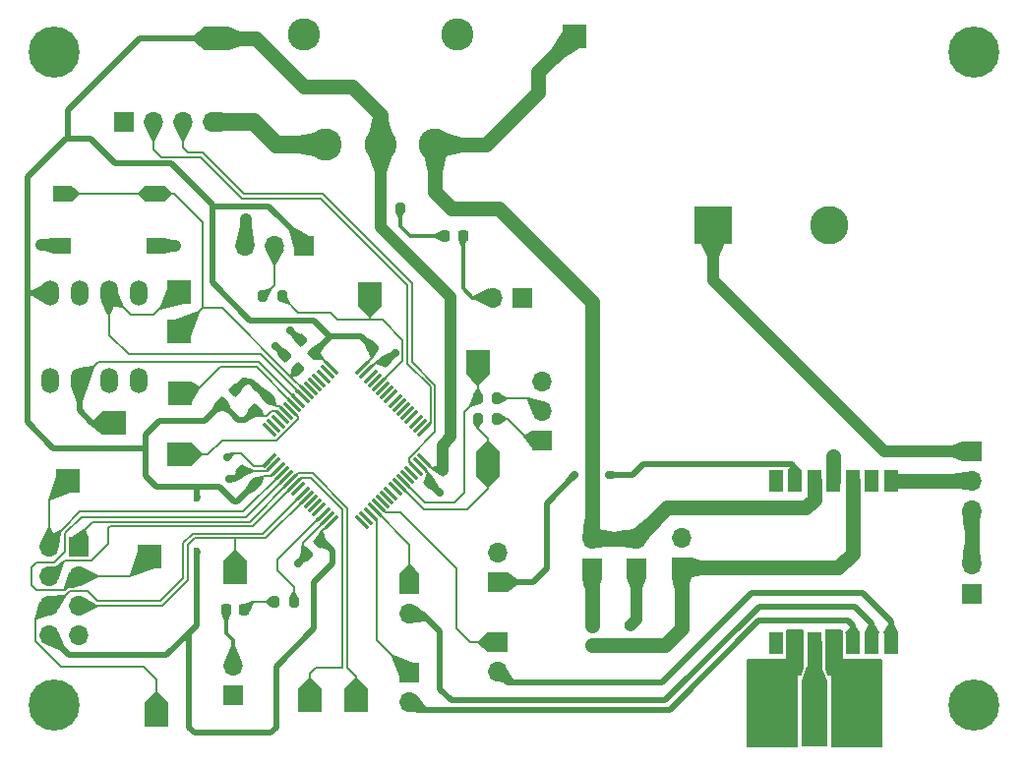
<source format=gbr>
%TF.GenerationSoftware,KiCad,Pcbnew,8.0.2*%
%TF.CreationDate,2024-06-06T20:45:53-07:00*%
%TF.ProjectId,tpms-sn-flex,74706d73-2d73-46e2-9d66-6c65782e6b69,rev?*%
%TF.SameCoordinates,Original*%
%TF.FileFunction,Copper,L1,Top*%
%TF.FilePolarity,Positive*%
%FSLAX46Y46*%
G04 Gerber Fmt 4.6, Leading zero omitted, Abs format (unit mm)*
G04 Created by KiCad (PCBNEW 8.0.2) date 2024-06-06 20:45:53*
%MOMM*%
%LPD*%
G01*
G04 APERTURE LIST*
G04 Aperture macros list*
%AMRoundRect*
0 Rectangle with rounded corners*
0 $1 Rounding radius*
0 $2 $3 $4 $5 $6 $7 $8 $9 X,Y pos of 4 corners*
0 Add a 4 corners polygon primitive as box body*
4,1,4,$2,$3,$4,$5,$6,$7,$8,$9,$2,$3,0*
0 Add four circle primitives for the rounded corners*
1,1,$1+$1,$2,$3*
1,1,$1+$1,$4,$5*
1,1,$1+$1,$6,$7*
1,1,$1+$1,$8,$9*
0 Add four rect primitives between the rounded corners*
20,1,$1+$1,$2,$3,$4,$5,0*
20,1,$1+$1,$4,$5,$6,$7,0*
20,1,$1+$1,$6,$7,$8,$9,0*
20,1,$1+$1,$8,$9,$2,$3,0*%
%AMRotRect*
0 Rectangle, with rotation*
0 The origin of the aperture is its center*
0 $1 length*
0 $2 width*
0 $3 Rotation angle, in degrees counterclockwise*
0 Add horizontal line*
21,1,$1,$2,0,0,$3*%
G04 Aperture macros list end*
%TA.AperFunction,ComponentPad*%
%ADD10C,4.400000*%
%TD*%
%TA.AperFunction,SMDPad,CuDef*%
%ADD11RoundRect,0.218750X-0.218750X-0.256250X0.218750X-0.256250X0.218750X0.256250X-0.218750X0.256250X0*%
%TD*%
%TA.AperFunction,SMDPad,CuDef*%
%ADD12RoundRect,0.218750X0.218750X0.256250X-0.218750X0.256250X-0.218750X-0.256250X0.218750X-0.256250X0*%
%TD*%
%TA.AperFunction,SMDPad,CuDef*%
%ADD13RoundRect,0.225000X0.335876X0.017678X0.017678X0.335876X-0.335876X-0.017678X-0.017678X-0.335876X0*%
%TD*%
%TA.AperFunction,SMDPad,CuDef*%
%ADD14RoundRect,0.225000X0.017678X-0.335876X0.335876X-0.017678X-0.017678X0.335876X-0.335876X0.017678X0*%
%TD*%
%TA.AperFunction,SMDPad,CuDef*%
%ADD15RoundRect,0.225000X-0.017678X0.335876X-0.335876X0.017678X0.017678X-0.335876X0.335876X-0.017678X0*%
%TD*%
%TA.AperFunction,SMDPad,CuDef*%
%ADD16RoundRect,0.225000X-0.335876X-0.017678X-0.017678X-0.335876X0.335876X0.017678X0.017678X0.335876X0*%
%TD*%
%TA.AperFunction,SMDPad,CuDef*%
%ADD17RotRect,0.279400X1.473200X45.000000*%
%TD*%
%TA.AperFunction,SMDPad,CuDef*%
%ADD18RotRect,0.279400X1.473200X315.000000*%
%TD*%
%TA.AperFunction,ComponentPad*%
%ADD19O,1.500000X2.200000*%
%TD*%
%TA.AperFunction,ComponentPad*%
%ADD20R,1.700000X1.700000*%
%TD*%
%TA.AperFunction,ComponentPad*%
%ADD21O,1.700000X1.700000*%
%TD*%
%TA.AperFunction,SMDPad,CuDef*%
%ADD22R,2.000000X2.000000*%
%TD*%
%TA.AperFunction,SMDPad,CuDef*%
%ADD23R,1.600000X1.400000*%
%TD*%
%TA.AperFunction,SMDPad,CuDef*%
%ADD24R,1.270000X1.905000*%
%TD*%
%TA.AperFunction,SMDPad,CuDef*%
%ADD25RoundRect,0.200000X0.200000X0.275000X-0.200000X0.275000X-0.200000X-0.275000X0.200000X-0.275000X0*%
%TD*%
%TA.AperFunction,SMDPad,CuDef*%
%ADD26RoundRect,0.200000X-0.275000X0.200000X-0.275000X-0.200000X0.275000X-0.200000X0.275000X0.200000X0*%
%TD*%
%TA.AperFunction,SMDPad,CuDef*%
%ADD27RoundRect,0.200000X-0.200000X-0.275000X0.200000X-0.275000X0.200000X0.275000X-0.200000X0.275000X0*%
%TD*%
%TA.AperFunction,SMDPad,CuDef*%
%ADD28R,2.286000X5.842000*%
%TD*%
%TA.AperFunction,SMDPad,CuDef*%
%ADD29R,2.413000X5.842000*%
%TD*%
%TA.AperFunction,ComponentPad*%
%ADD30C,2.775000*%
%TD*%
%TA.AperFunction,ComponentPad*%
%ADD31R,3.300000X3.300000*%
%TD*%
%TA.AperFunction,ComponentPad*%
%ADD32C,3.300000*%
%TD*%
%TA.AperFunction,ViaPad*%
%ADD33C,0.700000*%
%TD*%
%TA.AperFunction,ViaPad*%
%ADD34C,0.900000*%
%TD*%
%TA.AperFunction,ViaPad*%
%ADD35C,0.600000*%
%TD*%
%TA.AperFunction,Conductor*%
%ADD36C,1.250000*%
%TD*%
%TA.AperFunction,Conductor*%
%ADD37C,0.500000*%
%TD*%
%TA.AperFunction,Conductor*%
%ADD38C,0.200000*%
%TD*%
%TA.AperFunction,Conductor*%
%ADD39C,1.000000*%
%TD*%
%TA.AperFunction,Conductor*%
%ADD40C,0.300000*%
%TD*%
%TA.AperFunction,Conductor*%
%ADD41C,1.500000*%
%TD*%
%TA.AperFunction,Conductor*%
%ADD42C,1.270000*%
%TD*%
G04 APERTURE END LIST*
D10*
%TO.P,H4,1,1*%
%TO.N,GND*%
X123600000Y-140600000D03*
%TD*%
%TO.P,H3,1,1*%
%TO.N,GND*%
X123600000Y-84400000D03*
%TD*%
%TO.P,H2,1,1*%
%TO.N,GND*%
X44400000Y-140600000D03*
%TD*%
%TO.P,H1,1,1*%
%TO.N,GND*%
X44400000Y-84400000D03*
%TD*%
D11*
%TO.P,D2,1,K*%
%TO.N,Net-(D2-K)*%
X59212500Y-132400000D03*
%TO.P,D2,2,A*%
%TO.N,Net-(D2-A)*%
X60787500Y-132400000D03*
%TD*%
D12*
%TO.P,D1,1,K*%
%TO.N,Net-(D1-K)*%
X79587500Y-100200000D03*
%TO.P,D1,2,A*%
%TO.N,Net-(D1-A)*%
X78012500Y-100200000D03*
%TD*%
D13*
%TO.P,C8,1*%
%TO.N,/NRST*%
X65428008Y-111648008D03*
%TO.P,C8,2*%
%TO.N,GND*%
X64331992Y-110551992D03*
%TD*%
D14*
%TO.P,C7,1*%
%TO.N,VDD*%
X58861992Y-114608008D03*
%TO.P,C7,2*%
%TO.N,GND*%
X59958008Y-113511992D03*
%TD*%
D15*
%TO.P,C6,1*%
%TO.N,VDD*%
X67296016Y-126503984D03*
%TO.P,C6,2*%
%TO.N,GND*%
X66200000Y-127600000D03*
%TD*%
D16*
%TO.P,C5,1*%
%TO.N,VDD*%
X71851992Y-109851992D03*
%TO.P,C5,2*%
%TO.N,GND*%
X72948008Y-110948008D03*
%TD*%
D13*
%TO.P,C4,1*%
%TO.N,VDD*%
X66748008Y-110288008D03*
%TO.P,C4,2*%
%TO.N,GND*%
X65651992Y-109191992D03*
%TD*%
D14*
%TO.P,C3,1*%
%TO.N,VDD*%
X61693984Y-115196016D03*
%TO.P,C3,2*%
%TO.N,GND*%
X62790000Y-114100000D03*
%TD*%
D15*
%TO.P,C2,1*%
%TO.N,VDD*%
X77842462Y-120357538D03*
%TO.P,C2,2*%
%TO.N,GND*%
X76746446Y-121453554D03*
%TD*%
D13*
%TO.P,C1,1*%
%TO.N,VDD*%
X61698008Y-121548008D03*
%TO.P,C1,2*%
%TO.N,GND*%
X60601992Y-120451992D03*
%TD*%
D17*
%TO.P,U1,1,VBAT*%
%TO.N,VDD*%
X68273397Y-111570096D03*
%TO.P,U1,2,PC13*%
%TO.N,unconnected-(U1-PC13-Pad2)*%
X67919844Y-111923649D03*
%TO.P,U1,3,PC14-OSC32_IN*%
%TO.N,unconnected-(U1-PC14-OSC32_IN-Pad3)*%
X67566290Y-112277203D03*
%TO.P,U1,4,PC15-OSC32_OUT*%
%TO.N,unconnected-(U1-PC15-OSC32_OUT-Pad4)*%
X67212738Y-112630756D03*
%TO.P,U1,5,PF0-OSC_IN*%
%TO.N,unconnected-(U1-PF0-OSC_IN-Pad5)*%
X66859183Y-112984310D03*
%TO.P,U1,6,PF1-OSC_OUT*%
%TO.N,unconnected-(U1-PF1-OSC_OUT-Pad6)*%
X66505630Y-113337863D03*
%TO.P,U1,7,PF2-NRST*%
%TO.N,/NRST*%
X66152077Y-113691416D03*
%TO.P,U1,8,PC0*%
%TO.N,PSENSE_MINUS*%
X65798523Y-114044970D03*
%TO.P,U1,9,PC1*%
%TO.N,PSENSE_PLUS*%
X65444970Y-114398523D03*
%TO.P,U1,10,PC2*%
%TO.N,EXTRA_ADC_CHAN_1*%
X65091416Y-114752077D03*
%TO.P,U1,11,PC3*%
%TO.N,EXTRA_ADC_CHAN_2*%
X64737863Y-115105630D03*
%TO.P,U1,12,VSSA/VREF-*%
%TO.N,GND*%
X64384310Y-115459183D03*
%TO.P,U1,13,VDDA/VREF+*%
%TO.N,VDD*%
X64030756Y-115812738D03*
%TO.P,U1,14,PA0*%
%TO.N,unconnected-(U1-PA0-Pad14)*%
X63677203Y-116166290D03*
%TO.P,U1,15,PA1*%
%TO.N,unconnected-(U1-PA1-Pad15)*%
X63323649Y-116519844D03*
%TO.P,U1,16,PA2*%
%TO.N,unconnected-(U1-PA2-Pad16)*%
X62970096Y-116873397D03*
D18*
%TO.P,U1,17,PA3*%
%TO.N,P2110B_DOUT*%
X62970096Y-119526603D03*
%TO.P,U1,18,VSS*%
%TO.N,GND*%
X63323649Y-119880156D03*
%TO.P,U1,19,VDD*%
%TO.N,VDD*%
X63677203Y-120233710D03*
%TO.P,U1,20,PA4*%
%TO.N,NRF_IRQ*%
X64030756Y-120587262D03*
%TO.P,U1,21,PA5*%
%TO.N,NRF_SCK*%
X64384310Y-120940817D03*
%TO.P,U1,22,PA6*%
%TO.N,NRF_MISO*%
X64737863Y-121294370D03*
%TO.P,U1,23,PA7*%
%TO.N,NRF_MOSI*%
X65091416Y-121647923D03*
%TO.P,U1,24,PC4*%
%TO.N,unconnected-(U1-PC4-Pad24)*%
X65444970Y-122001477D03*
%TO.P,U1,25,PC5*%
%TO.N,NRF_CSN*%
X65798523Y-122355030D03*
%TO.P,U1,26,PB0*%
%TO.N,NRF_CE*%
X66152077Y-122708584D03*
%TO.P,U1,27,PB1*%
%TO.N,unconnected-(U1-PB1-Pad27)*%
X66505630Y-123062137D03*
%TO.P,U1,28,PB2*%
%TO.N,unconnected-(U1-PB2-Pad28)*%
X66859183Y-123415690D03*
%TO.P,U1,29,PB10*%
%TO.N,unconnected-(U1-PB10-Pad29)*%
X67212738Y-123769244D03*
%TO.P,U1,30,PB11*%
%TO.N,/USER_LED*%
X67566290Y-124122797D03*
%TO.P,U1,31,VSS*%
%TO.N,GND*%
X67919844Y-124476351D03*
%TO.P,U1,32,VDD*%
%TO.N,VDD*%
X68273397Y-124829904D03*
D17*
%TO.P,U1,33,PB12*%
%TO.N,unconnected-(U1-PB12-Pad33)*%
X70926603Y-124829904D03*
%TO.P,U1,34,PB13*%
%TO.N,unconnected-(U1-PB13-Pad34)*%
X71280156Y-124476351D03*
%TO.P,U1,35,PB14*%
%TO.N,P2110B_DSET*%
X71633710Y-124122797D03*
%TO.P,U1,36,PB15*%
%TO.N,P2110B_INT*%
X71987262Y-123769244D03*
%TO.P,U1,37,PC6*%
%TO.N,P2110B_RESET*%
X72340817Y-123415690D03*
%TO.P,U1,38,PC7*%
%TO.N,unconnected-(U1-PC7-Pad38)*%
X72694370Y-123062137D03*
%TO.P,U1,39,PC8*%
%TO.N,unconnected-(U1-PC8-Pad39)*%
X73047923Y-122708584D03*
%TO.P,U1,40,PC9*%
%TO.N,unconnected-(U1-PC9-Pad40)*%
X73401477Y-122355030D03*
%TO.P,U1,41,PA8*%
%TO.N,unconnected-(U1-PA8-Pad41)*%
X73755030Y-122001477D03*
%TO.P,U1,42,PA9*%
%TO.N,USART1_TX*%
X74108584Y-121647923D03*
%TO.P,U1,43,PA10*%
%TO.N,USART1_RX*%
X74462137Y-121294370D03*
%TO.P,U1,44,PA11[PA9]*%
%TO.N,unconnected-(U1-PA11[PA9]-Pad44)*%
X74815690Y-120940817D03*
%TO.P,U1,45,PA12[PA10]*%
%TO.N,unconnected-(U1-PA12[PA10]-Pad45)*%
X75169244Y-120587262D03*
%TO.P,U1,46,PA13*%
%TO.N,SWDIO*%
X75522797Y-120233710D03*
%TO.P,U1,47,VSS*%
%TO.N,GND*%
X75876351Y-119880156D03*
%TO.P,U1,48,VDD*%
%TO.N,VDD*%
X76229904Y-119526603D03*
D18*
%TO.P,U1,49,PA14*%
%TO.N,SWCLK*%
X76229904Y-116873397D03*
%TO.P,U1,50,PA15*%
%TO.N,unconnected-(U1-PA15-Pad50)*%
X75876351Y-116519844D03*
%TO.P,U1,51,PC10*%
%TO.N,unconnected-(U1-PC10-Pad51)*%
X75522797Y-116166290D03*
%TO.P,U1,52,PC11*%
%TO.N,unconnected-(U1-PC11-Pad52)*%
X75169244Y-115812738D03*
%TO.P,U1,53,PC12*%
%TO.N,unconnected-(U1-PC12-Pad53)*%
X74815690Y-115459183D03*
%TO.P,U1,54,PD2*%
%TO.N,unconnected-(U1-PD2-Pad54)*%
X74462137Y-115105630D03*
%TO.P,U1,55,PB3*%
%TO.N,unconnected-(U1-PB3-Pad55)*%
X74108584Y-114752077D03*
%TO.P,U1,56,PB4*%
%TO.N,unconnected-(U1-PB4-Pad56)*%
X73755030Y-114398523D03*
%TO.P,U1,57,PB5*%
%TO.N,unconnected-(U1-PB5-Pad57)*%
X73401477Y-114044970D03*
%TO.P,U1,58,PB6*%
%TO.N,unconnected-(U1-PB6-Pad58)*%
X73047923Y-113691416D03*
%TO.P,U1,59,PB7*%
%TO.N,unconnected-(U1-PB7-Pad59)*%
X72694370Y-113337863D03*
%TO.P,U1,60,PF3-BOOT0*%
%TO.N,/BOOT0*%
X72340817Y-112984310D03*
%TO.P,U1,61,PB8*%
%TO.N,unconnected-(U1-PB8-Pad61)*%
X71987262Y-112630756D03*
%TO.P,U1,62,PB9*%
%TO.N,unconnected-(U1-PB9-Pad62)*%
X71633710Y-112277203D03*
%TO.P,U1,63,VSS*%
%TO.N,GND*%
X71280156Y-111923649D03*
%TO.P,U1,64,VDD*%
%TO.N,VDD*%
X70926603Y-111570096D03*
%TD*%
D19*
%TO.P,J6,1,Pin_1*%
%TO.N,unconnected-(J6-Pin_1-Pad1)*%
X44040000Y-112660000D03*
%TO.P,J6,2,Pin_2*%
%TO.N,PSENSE_PLUS*%
X46580000Y-112660000D03*
%TO.P,J6,3,Pin_3*%
%TO.N,unconnected-(J6-Pin_3-Pad3)*%
X49120000Y-112660000D03*
%TO.P,J6,4,Pin_4*%
%TO.N,GND*%
X51660000Y-112660000D03*
%TO.P,J6,5,Pin_5*%
X51660000Y-105140000D03*
%TO.P,J6,6,Pin_6*%
%TO.N,PSENSE_MINUS*%
X49120000Y-105140000D03*
%TO.P,J6,7,Pin_7*%
%TO.N,unconnected-(J6-Pin_7-Pad7)*%
X46580000Y-105140000D03*
%TO.P,J6,8,Pin_8*%
%TO.N,VDD*%
X44040000Y-105140000D03*
%TD*%
D20*
%TO.P,JP1,1,A*%
%TO.N,VDD*%
X65950000Y-101040000D03*
D21*
%TO.P,JP1,2,C*%
%TO.N,Net-(JP1-C)*%
X63410000Y-101040000D03*
%TO.P,JP1,3,B*%
%TO.N,GND*%
X60870000Y-101040000D03*
%TD*%
D22*
%TO.P,TP8,1,1*%
%TO.N,/BOOT0*%
X71600000Y-105200000D03*
%TD*%
D23*
%TO.P,SW1,1,1*%
%TO.N,GND*%
X53100000Y-101050000D03*
X45100000Y-101050000D03*
%TO.P,SW1,2,2*%
%TO.N,/NRST*%
X53100000Y-96550000D03*
X45100000Y-96550000D03*
%TD*%
D24*
%TO.P,PS1,1,NC_1*%
%TO.N,unconnected-(PS1-NC_1-Pad1)*%
X106547000Y-135254000D03*
%TO.P,PS1,2,GND_1*%
%TO.N,GND*%
X108198000Y-135254000D03*
%TO.P,PS1,3,RFIN*%
%TO.N,/RFIN*%
X109849000Y-135254000D03*
%TO.P,PS1,4,GND_2*%
%TO.N,GND*%
X111500000Y-135254000D03*
%TO.P,PS1,5,DSET*%
%TO.N,Net-(JP9-B)*%
X113151000Y-135254000D03*
%TO.P,PS1,6,INT*%
%TO.N,Net-(JP6-B)*%
X114802000Y-135254000D03*
%TO.P,PS1,7,RESET*%
%TO.N,Net-(JP5-B)*%
X116453000Y-135254000D03*
%TO.P,PS1,8,VCAP*%
%TO.N,Net-(JP11-C)*%
X116453000Y-121284000D03*
%TO.P,PS1,9,NC_2*%
%TO.N,unconnected-(PS1-NC_2-Pad9)*%
X114802000Y-121284000D03*
%TO.P,PS1,10,VSET*%
%TO.N,/VSET*%
X113151000Y-121284000D03*
%TO.P,PS1,11,GND_3*%
%TO.N,GND*%
X111500000Y-121284000D03*
%TO.P,PS1,12,VOUT*%
%TO.N,/P2110B_VOUT*%
X109849000Y-121284000D03*
%TO.P,PS1,13,DOUT*%
%TO.N,Net-(JP10-A)*%
X108198000Y-121284000D03*
%TO.P,PS1,14,NC_3*%
%TO.N,unconnected-(PS1-NC_3-Pad14)*%
X106547000Y-121284000D03*
%TD*%
D20*
%TO.P,JP2,1,A*%
%TO.N,/VSET*%
X98400000Y-128775000D03*
D21*
%TO.P,JP2,2,B*%
%TO.N,unconnected-(JP2-B-Pad2)*%
X98400000Y-126235000D03*
%TD*%
D22*
%TO.P,TP4,1,1*%
%TO.N,EXTRA_ADC_CHAN_2*%
X55200000Y-119000000D03*
%TD*%
%TO.P,TP5,1,1*%
%TO.N,NRF_CE*%
X60000000Y-129200000D03*
%TD*%
%TO.P,TP14,1,1*%
%TO.N,NRF_CSN*%
X53200000Y-141400000D03*
%TD*%
D21*
%TO.P,JP9,2,B*%
%TO.N,Net-(JP9-B)*%
X75000000Y-140340000D03*
D20*
%TO.P,JP9,1,A*%
%TO.N,P2110B_DSET*%
X75000000Y-137800000D03*
%TD*%
D25*
%TO.P,R5,1*%
%TO.N,/USER_LED*%
X65025000Y-131700000D03*
%TO.P,R5,2*%
%TO.N,Net-(D2-A)*%
X63375000Y-131700000D03*
%TD*%
D22*
%TO.P,TP9,1,1*%
%TO.N,NRF_MISO*%
X70400000Y-140200000D03*
%TD*%
D25*
%TO.P,R1,2*%
%TO.N,Net-(JP1-C)*%
X62375000Y-105400000D03*
%TO.P,R1,1*%
%TO.N,/BOOT0*%
X64025000Y-105400000D03*
%TD*%
D26*
%TO.P,R2,1*%
%TO.N,Net-(JP3-A)*%
X94000000Y-133750000D03*
%TO.P,R2,2*%
%TO.N,/VSET*%
X94000000Y-135400000D03*
%TD*%
D27*
%TO.P,R4,1*%
%TO.N,VDD*%
X72525000Y-97800000D03*
%TO.P,R4,2*%
%TO.N,Net-(D1-A)*%
X74175000Y-97800000D03*
%TD*%
D20*
%TO.P,JP11,1,A*%
%TO.N,Net-(JP11-A)*%
X123400000Y-118725000D03*
D21*
%TO.P,JP11,2,C*%
%TO.N,Net-(JP11-C)*%
X123400000Y-121265000D03*
%TO.P,JP11,3,B*%
%TO.N,Net-(J5-Pin_2)*%
X123400000Y-123805000D03*
%TD*%
D22*
%TO.P,TP12,1,1*%
%TO.N,NRF_SCK*%
X52600000Y-127800000D03*
%TD*%
D20*
%TO.P,JP4,1,A*%
%TO.N,Net-(JP4-A)*%
X90700000Y-128800000D03*
D21*
%TO.P,JP4,2,B*%
%TO.N,/P2110B_VOUT*%
X90700000Y-126260000D03*
%TD*%
D20*
%TO.P,J2,1,Pin_1*%
%TO.N,GND*%
X50400000Y-90400000D03*
D21*
%TO.P,J2,2,Pin_2*%
%TO.N,SWCLK*%
X52940000Y-90400000D03*
%TO.P,J2,3,Pin_3*%
%TO.N,SWDIO*%
X55480000Y-90400000D03*
%TO.P,J2,4,Pin_4*%
%TO.N,+3.3V*%
X58020000Y-90400000D03*
%TD*%
D22*
%TO.P,TP2,1,1*%
%TO.N,PSENSE_PLUS*%
X49600000Y-116300000D03*
%TD*%
D25*
%TO.P,R6,1*%
%TO.N,Net-(J4-Pin_1)*%
X82525000Y-115950000D03*
%TO.P,R6,2*%
%TO.N,USART1_TX*%
X80875000Y-115950000D03*
%TD*%
D22*
%TO.P,TP11,1,1*%
%TO.N,USART1_TX*%
X81750000Y-119850000D03*
%TD*%
D20*
%TO.P,JP10,1,A*%
%TO.N,Net-(JP10-A)*%
X82600000Y-130000000D03*
D21*
%TO.P,JP10,2,B*%
%TO.N,P2110B_DOUT*%
X82600000Y-127460000D03*
%TD*%
D28*
%TO.P,J3,1,1*%
%TO.N,/RFIN*%
X109875000Y-141235600D03*
D29*
%TO.P,J3,2,2*%
%TO.N,GND*%
X114256500Y-141235600D03*
%TO.P,J3,3,3*%
X105493500Y-141235600D03*
%TD*%
D20*
%TO.P,JP6,1,A*%
%TO.N,P2110B_INT*%
X75000000Y-130200000D03*
D21*
%TO.P,JP6,2,B*%
%TO.N,Net-(JP6-B)*%
X75000000Y-132740000D03*
%TD*%
D22*
%TO.P,TP3,1,1*%
%TO.N,EXTRA_ADC_CHAN_1*%
X55225000Y-113750000D03*
%TD*%
D20*
%TO.P,J5,1,Pin_1*%
%TO.N,GND*%
X123375000Y-131050000D03*
D21*
%TO.P,J5,2,Pin_2*%
%TO.N,Net-(J5-Pin_2)*%
X123375000Y-128510000D03*
%TD*%
D26*
%TO.P,R3,1*%
%TO.N,Net-(JP4-A)*%
X90700000Y-133750000D03*
%TO.P,R3,2*%
%TO.N,/VSET*%
X90700000Y-135400000D03*
%TD*%
D20*
%TO.P,JP5,1,A*%
%TO.N,P2110B_RESET*%
X82600000Y-135200000D03*
D21*
%TO.P,JP5,2,B*%
%TO.N,Net-(JP5-B)*%
X82600000Y-137740000D03*
%TD*%
D20*
%TO.P,JP3,1,A*%
%TO.N,Net-(JP3-A)*%
X94500000Y-128800000D03*
D21*
%TO.P,JP3,2,B*%
%TO.N,/P2110B_VOUT*%
X94500000Y-126260000D03*
%TD*%
D30*
%TO.P,S1,1,1*%
%TO.N,+3.3V*%
X67800000Y-92351100D03*
%TO.P,S1,2,2*%
%TO.N,VDD*%
X72500000Y-92351100D03*
%TO.P,S1,3,3*%
%TO.N,/P2110B_VOUT*%
X77200000Y-92351100D03*
%TO.P,S1,MH1,MH1*%
%TO.N,unconnected-(S1-PadMH1)*%
X65895000Y-82821100D03*
%TO.P,S1,MH2,MH2*%
%TO.N,unconnected-(S1-PadMH2)*%
X79105000Y-82821100D03*
%TD*%
D22*
%TO.P,TP10,1,1*%
%TO.N,NRF_MOSI*%
X66400000Y-140200000D03*
%TD*%
%TO.P,TP6,1,1*%
%TO.N,NRF_IRQ*%
X45600000Y-121250000D03*
%TD*%
%TO.P,TP13,1,1*%
%TO.N,USART1_RX*%
X80900000Y-111050000D03*
%TD*%
D21*
%TO.P,JP8,2,B*%
%TO.N,Net-(D2-K)*%
X59800000Y-137235000D03*
D20*
%TO.P,JP8,1,A*%
%TO.N,GND*%
X59800000Y-139775000D03*
%TD*%
%TO.P,J4,1,Pin_1*%
%TO.N,Net-(J4-Pin_1)*%
X86400000Y-117825000D03*
D21*
%TO.P,J4,2,Pin_2*%
%TO.N,Net-(J4-Pin_2)*%
X86400000Y-115285000D03*
%TO.P,J4,3,Pin_3*%
%TO.N,GND*%
X86400000Y-112745000D03*
%TD*%
D22*
%TO.P,TP16,1,1*%
%TO.N,VDD*%
X58400000Y-83200000D03*
%TD*%
%TO.P,TP7,1,1*%
%TO.N,/NRST*%
X55200000Y-108400000D03*
%TD*%
D21*
%TO.P,JP7,2,B*%
%TO.N,Net-(D1-K)*%
X82135000Y-105500000D03*
D20*
%TO.P,JP7,1,A*%
%TO.N,GND*%
X84675000Y-105500000D03*
%TD*%
D22*
%TO.P,TP1,1,1*%
%TO.N,PSENSE_MINUS*%
X55200000Y-105000000D03*
%TD*%
%TO.P,TP15,1,1*%
%TO.N,/P2110B_VOUT*%
X89200000Y-83000000D03*
%TD*%
D31*
%TO.P,C11,1*%
%TO.N,Net-(JP11-A)*%
X101100000Y-99300000D03*
D32*
%TO.P,C11,2*%
%TO.N,GND*%
X111100000Y-99300000D03*
%TD*%
D25*
%TO.P,R7,1*%
%TO.N,Net-(J4-Pin_2)*%
X82525000Y-114200000D03*
%TO.P,R7,2*%
%TO.N,USART1_RX*%
X80875000Y-114200000D03*
%TD*%
D21*
%TO.P,J1,4,Pin_4*%
%TO.N,VDD*%
X43960000Y-134580000D03*
%TO.P,J1,5,Pin_5*%
%TO.N,GND*%
X46500000Y-134580000D03*
%TO.P,J1,3,Pin_3*%
%TO.N,NRF_CSN*%
X43960000Y-132040000D03*
%TO.P,J1,6,Pin_6*%
%TO.N,NRF_CE*%
X46500000Y-132040000D03*
%TO.P,J1,2,Pin_2*%
%TO.N,NRF_MOSI*%
X43960000Y-129500000D03*
%TO.P,J1,7,Pin_7*%
%TO.N,NRF_SCK*%
X46500000Y-129500000D03*
%TO.P,J1,1,Pin_1*%
%TO.N,NRF_IRQ*%
X43960000Y-126960000D03*
D20*
%TO.P,J1,8,Pin_8*%
%TO.N,NRF_MISO*%
X46500000Y-126960000D03*
%TD*%
D33*
%TO.N,Net-(JP10-A)*%
X92200000Y-120800000D03*
X89200000Y-120800000D03*
%TO.N,P2110B_DOUT*%
X59300000Y-119250000D03*
%TO.N,GND*%
X73750000Y-110250000D03*
X54800000Y-101050000D03*
X60770000Y-112720000D03*
D34*
X104750000Y-140700000D03*
D33*
X65400000Y-128400000D03*
X64760000Y-108370000D03*
X43300000Y-101000000D03*
D34*
X104750000Y-142100000D03*
X115000000Y-142100000D03*
X60890000Y-98750000D03*
X111500000Y-119204000D03*
D33*
X59510000Y-121100000D03*
X61890000Y-113280000D03*
D34*
X115000000Y-140700000D03*
D33*
X63490000Y-109670000D03*
X77600000Y-122307108D03*
D35*
%TO.N,VDD*%
X56700000Y-122800000D03*
X56700000Y-127300000D03*
%TD*%
D36*
%TO.N,/P2110B_VOUT*%
X86100000Y-86100000D02*
X89200000Y-83000000D01*
X86100000Y-87800000D02*
X86100000Y-86100000D01*
X81548900Y-92351100D02*
X86100000Y-87800000D01*
X77200000Y-92351100D02*
X81548900Y-92351100D01*
%TO.N,VDD*%
X61800000Y-83200000D02*
X58400000Y-83200000D01*
X65950000Y-87350000D02*
X61800000Y-83200000D01*
X72500000Y-92351100D02*
X72500000Y-89800000D01*
D37*
X45600000Y-91800000D02*
X47500000Y-91800000D01*
X45600000Y-89400000D02*
X45600000Y-91800000D01*
X51800000Y-83200000D02*
X45600000Y-89400000D01*
X58400000Y-83200000D02*
X51800000Y-83200000D01*
D36*
X72500000Y-89800000D02*
X70050000Y-87350000D01*
X70050000Y-87350000D02*
X65950000Y-87350000D01*
D38*
%TO.N,NRF_IRQ*%
X45600000Y-121250000D02*
X44000000Y-122850000D01*
X44000000Y-122850000D02*
X44000000Y-126920000D01*
X44000000Y-126920000D02*
X43960000Y-126960000D01*
%TO.N,NRF_CSN*%
X53200000Y-138400000D02*
X53200000Y-141400000D01*
X52100000Y-137300000D02*
X53200000Y-138400000D01*
X45000000Y-137300000D02*
X52100000Y-137300000D01*
X42810000Y-135110000D02*
X45000000Y-137300000D01*
X43960000Y-132040000D02*
X42810000Y-133190000D01*
X42810000Y-133190000D02*
X42810000Y-135110000D01*
%TO.N,NRF_SCK*%
X50900000Y-129500000D02*
X52600000Y-127800000D01*
X46500000Y-129500000D02*
X50900000Y-129500000D01*
D37*
%TO.N,Net-(JP9-B)*%
X97400000Y-141000000D02*
X75660000Y-141000000D01*
X75660000Y-141000000D02*
X75000000Y-140340000D01*
X105050000Y-133350000D02*
X97400000Y-141000000D01*
X112750000Y-133350000D02*
X105050000Y-133350000D01*
X113151000Y-133751000D02*
X112750000Y-133350000D01*
X113151000Y-135254000D02*
X113151000Y-133751000D01*
%TO.N,Net-(JP6-B)*%
X76085000Y-132740000D02*
X75000000Y-132740000D01*
X77600000Y-134255000D02*
X76085000Y-132740000D01*
X113300000Y-132100000D02*
X105100000Y-132100000D01*
X114800000Y-133600000D02*
X113300000Y-132100000D01*
X97000000Y-140200000D02*
X78600000Y-140200000D01*
X114800000Y-135252000D02*
X114800000Y-133600000D01*
X78600000Y-140200000D02*
X77600000Y-139200000D01*
X105100000Y-132100000D02*
X97000000Y-140200000D01*
X77600000Y-139200000D02*
X77600000Y-134255000D01*
X114802000Y-135254000D02*
X114800000Y-135252000D01*
D38*
%TO.N,/BOOT0*%
X71600000Y-107400000D02*
X71600000Y-105200000D01*
X70600000Y-107400000D02*
X71600000Y-107400000D01*
X65425000Y-106800000D02*
X64025000Y-105400000D01*
X68800000Y-107400000D02*
X68200000Y-106800000D01*
X68200000Y-106800000D02*
X65425000Y-106800000D01*
X70600000Y-107400000D02*
X68800000Y-107400000D01*
D39*
%TO.N,GND*%
X60890000Y-101020000D02*
X60870000Y-101040000D01*
X60890000Y-98750000D02*
X60890000Y-101020000D01*
D37*
%TO.N,VDD*%
X62890000Y-97640000D02*
X58140000Y-97640000D01*
X66000000Y-100750000D02*
X62890000Y-97640000D01*
X66000000Y-100990000D02*
X66000000Y-100750000D01*
X65950000Y-101040000D02*
X66000000Y-100990000D01*
X61270000Y-107470000D02*
X66770000Y-107470000D01*
X58000000Y-104200000D02*
X61270000Y-107470000D01*
X54451100Y-93951100D02*
X58000000Y-97500000D01*
X49651100Y-93951100D02*
X54451100Y-93951100D01*
X58000000Y-97500000D02*
X58000000Y-104200000D01*
X66770000Y-107470000D02*
X68150000Y-108850000D01*
X47500000Y-91800000D02*
X49651100Y-93951100D01*
D38*
%TO.N,SWCLK*%
X76795989Y-116307312D02*
X76229904Y-116873397D01*
X76795989Y-113195989D02*
X76795989Y-116307312D01*
X67330000Y-96980000D02*
X74800000Y-104450000D01*
X74800000Y-111200000D02*
X76795989Y-113195989D01*
X60580000Y-96980000D02*
X67330000Y-96980000D01*
X57001100Y-93401100D02*
X60580000Y-96980000D01*
X74800000Y-104450000D02*
X74800000Y-111200000D01*
X53601100Y-93401100D02*
X57001100Y-93401100D01*
X52950000Y-90410000D02*
X52950000Y-92750000D01*
X52940000Y-90400000D02*
X52950000Y-90410000D01*
X52950000Y-92750000D02*
X53601100Y-93401100D01*
%TO.N,SWDIO*%
X74956713Y-119667626D02*
X75522797Y-120233710D01*
X74956713Y-119333820D02*
X74956713Y-119667626D01*
X77200000Y-117090533D02*
X74956713Y-119333820D01*
X77200000Y-113034314D02*
X77200000Y-117090533D01*
X75200000Y-111034314D02*
X77200000Y-113034314D01*
X67530000Y-96580000D02*
X75200000Y-104250000D01*
X55891100Y-93001100D02*
X57166786Y-93001100D01*
X75200000Y-104250000D02*
X75200000Y-111034314D01*
X55490000Y-92600000D02*
X55891100Y-93001100D01*
X57166786Y-93001100D02*
X60745686Y-96580000D01*
X55490000Y-90410000D02*
X55490000Y-92600000D01*
X60745686Y-96580000D02*
X67530000Y-96580000D01*
X55480000Y-90400000D02*
X55490000Y-90410000D01*
D37*
%TO.N,VDD*%
X68150000Y-108886016D02*
X66748008Y-110288008D01*
X68150000Y-108850000D02*
X68150000Y-108886016D01*
%TO.N,GND*%
X65581992Y-109191992D02*
X64760000Y-108370000D01*
X65651992Y-109191992D02*
X65581992Y-109191992D01*
X64331992Y-110511992D02*
X63490000Y-109670000D01*
X64331992Y-110551992D02*
X64331992Y-110511992D01*
D38*
%TO.N,/NRST*%
X64771347Y-112304669D02*
X65428008Y-111648008D01*
X64765331Y-112304669D02*
X64771347Y-112304669D01*
X64765331Y-112304669D02*
X66152077Y-113691416D01*
X58860661Y-106400000D02*
X64765331Y-112304669D01*
X57200000Y-106400000D02*
X58860661Y-106400000D01*
X66151416Y-113691416D02*
X66152077Y-113691416D01*
%TO.N,VDD*%
X66748008Y-110288008D02*
X66991309Y-110288008D01*
X66991309Y-110288008D02*
X68273397Y-111570096D01*
D37*
X60273984Y-116020000D02*
X60870000Y-116020000D01*
X60870000Y-116020000D02*
X61693984Y-115196016D01*
X58861992Y-114608008D02*
X60273984Y-116020000D01*
%TO.N,GND*%
X61970000Y-113280000D02*
X62790000Y-114100000D01*
X61890000Y-113280000D02*
X61970000Y-113280000D01*
X61330000Y-112720000D02*
X61890000Y-113280000D01*
X60770000Y-112720000D02*
X61330000Y-112720000D01*
X59958008Y-113511992D02*
X59978008Y-113511992D01*
X59978008Y-113511992D02*
X60770000Y-112720000D01*
D38*
X63536652Y-114846652D02*
X63771779Y-114846652D01*
X62790000Y-114100000D02*
X63536652Y-114846652D01*
X63771779Y-114846652D02*
X64384310Y-115459183D01*
%TO.N,VDD*%
X63130867Y-115246652D02*
X63464670Y-115246652D01*
X62707519Y-115670000D02*
X63130867Y-115246652D01*
X62167968Y-115670000D02*
X62707519Y-115670000D01*
X63464670Y-115246652D02*
X64030756Y-115812738D01*
X61693984Y-115196016D02*
X62167968Y-115670000D01*
D37*
X57370000Y-116100000D02*
X58861992Y-114608008D01*
X53475000Y-116100000D02*
X57370000Y-116100000D01*
D38*
%TO.N,EXTRA_ADC_CHAN_1*%
X61819339Y-111480000D02*
X65091416Y-114752077D01*
X58720000Y-111480000D02*
X61819339Y-111480000D01*
X56450000Y-113750000D02*
X58720000Y-111480000D01*
X55225000Y-113750000D02*
X56450000Y-113750000D01*
%TO.N,NRF_CE*%
X55880000Y-126815686D02*
X56475686Y-126220000D01*
X55880000Y-129870000D02*
X55880000Y-126815686D01*
X53710000Y-132040000D02*
X55880000Y-129870000D01*
X56475686Y-126220000D02*
X60000000Y-126220000D01*
X46500000Y-132040000D02*
X53710000Y-132040000D01*
%TO.N,NRF_CSN*%
X62333553Y-125820000D02*
X65798523Y-122355030D01*
X55480000Y-126650000D02*
X56310000Y-125820000D01*
X48140000Y-131640000D02*
X53544314Y-131640000D01*
X55480000Y-129704314D02*
X55480000Y-126650000D01*
X45765685Y-130800000D02*
X47300000Y-130800000D01*
X44525685Y-132040000D02*
X45765685Y-130800000D01*
X47300000Y-130800000D02*
X48140000Y-131640000D01*
X53544314Y-131640000D02*
X55480000Y-129704314D01*
X43960000Y-132040000D02*
X44525685Y-132040000D01*
X56310000Y-125820000D02*
X62333553Y-125820000D01*
%TO.N,NRF_CE*%
X62640661Y-126220000D02*
X66152077Y-122708584D01*
X60000000Y-126220000D02*
X62640661Y-126220000D01*
X60000000Y-126700000D02*
X60000000Y-126220000D01*
%TO.N,P2110B_DOUT*%
X60506708Y-118936708D02*
X61572379Y-120002379D01*
X61572379Y-120002379D02*
X62494320Y-120002379D01*
X59613292Y-118936708D02*
X60506708Y-118936708D01*
X59300000Y-119250000D02*
X59613292Y-118936708D01*
D37*
%TO.N,GND*%
X59953984Y-121100000D02*
X60601992Y-120451992D01*
X59510000Y-121100000D02*
X59953984Y-121100000D01*
D38*
X62751813Y-120451992D02*
X63323649Y-119880156D01*
X60601992Y-120451992D02*
X62751813Y-120451992D01*
%TO.N,VDD*%
X63008921Y-120901992D02*
X63677203Y-120233710D01*
X62448008Y-120901992D02*
X63008921Y-120901992D01*
X61801992Y-121548008D02*
X62448008Y-120901992D01*
X61698008Y-121548008D02*
X61801992Y-121548008D01*
D37*
X60146016Y-123100000D02*
X61698008Y-121548008D01*
X59900000Y-123100000D02*
X60146016Y-123100000D01*
X56700000Y-121800000D02*
X58600000Y-121800000D01*
X58600000Y-121800000D02*
X59900000Y-123100000D01*
D38*
%TO.N,NRF_IRQ*%
X60668018Y-123950000D02*
X64030756Y-120587262D01*
X46644315Y-123950000D02*
X60668018Y-123950000D01*
X44797157Y-125797157D02*
X45184314Y-125410000D01*
X45184314Y-125410000D02*
X45184315Y-125410000D01*
X43960000Y-126960000D02*
X43960000Y-126634315D01*
X43960000Y-126634315D02*
X44797157Y-125797157D01*
X45184315Y-125410000D02*
X46644315Y-123950000D01*
%TO.N,NRF_SCK*%
X60925127Y-124400000D02*
X64384310Y-120940817D01*
X45350001Y-125810001D02*
X46760002Y-124400000D01*
X46760002Y-124400000D02*
X60925127Y-124400000D01*
X45350000Y-127400000D02*
X45350001Y-125810001D01*
X44400000Y-128350000D02*
X45350000Y-127400000D01*
X42900000Y-128350000D02*
X44400000Y-128350000D01*
X42500000Y-130250000D02*
X42500000Y-128750000D01*
X42500000Y-128750000D02*
X42900000Y-128350000D01*
X42900000Y-130650000D02*
X42500000Y-130250000D01*
X45350000Y-130650000D02*
X42900000Y-130650000D01*
X46500000Y-129500000D02*
X45350000Y-130650000D01*
%TO.N,NRF_MISO*%
X47700000Y-124800000D02*
X61232233Y-124800000D01*
X46500000Y-126000000D02*
X47700000Y-124800000D01*
X46500000Y-126960000D02*
X46500000Y-126000000D01*
X61232233Y-124800000D02*
X64737863Y-121294370D01*
%TO.N,NRF_MOSI*%
X61539339Y-125200000D02*
X65091416Y-121647923D01*
X49060000Y-125340000D02*
X49200000Y-125200000D01*
X49060000Y-126700000D02*
X49060000Y-125340000D01*
X47650000Y-128110000D02*
X49060000Y-126700000D01*
X49200000Y-125200000D02*
X61539339Y-125200000D01*
X45350000Y-128110000D02*
X47650000Y-128110000D01*
X43960000Y-129500000D02*
X45350000Y-128110000D01*
D40*
%TO.N,Net-(D1-A)*%
X75025000Y-100200000D02*
X78012500Y-100200000D01*
X74175000Y-99350000D02*
X75025000Y-100200000D01*
%TO.N,Net-(D1-K)*%
X79587500Y-104687500D02*
X79587500Y-100200000D01*
X80400000Y-105500000D02*
X79587500Y-104687500D01*
D36*
%TO.N,/P2110B_VOUT*%
X77200000Y-96400000D02*
X77200000Y-92351100D01*
X78600000Y-97800000D02*
X77200000Y-96400000D01*
X82648900Y-97800000D02*
X78600000Y-97800000D01*
X90700000Y-105851100D02*
X82648900Y-97800000D01*
X90700000Y-126260000D02*
X90700000Y-105851100D01*
D37*
%TO.N,GND*%
X65400000Y-128400000D02*
X66200000Y-127600000D01*
D38*
X65800000Y-126596195D02*
X67919844Y-124476351D01*
X66200000Y-127600000D02*
X65800000Y-127200000D01*
X65800000Y-127200000D02*
X65800000Y-126596195D01*
%TO.N,VDD*%
X67296016Y-125807285D02*
X68273397Y-124829904D01*
X67296016Y-126503984D02*
X67296016Y-125807285D01*
D37*
X68400000Y-127336828D02*
X67431586Y-126368414D01*
X68400000Y-128400000D02*
X68400000Y-127336828D01*
D38*
%TO.N,/USER_LED*%
X65025000Y-130425000D02*
X65025000Y-131700000D01*
X63600000Y-129000000D02*
X65025000Y-130425000D01*
X67551727Y-124122797D02*
X63600000Y-128074524D01*
X67566290Y-124122797D02*
X67551727Y-124122797D01*
X63600000Y-128074524D02*
X63600000Y-129000000D01*
D40*
%TO.N,Net-(D2-K)*%
X59800000Y-135000000D02*
X59800000Y-137235000D01*
X59212500Y-134412500D02*
X59800000Y-135000000D01*
X59212500Y-132400000D02*
X59212500Y-134412500D01*
D38*
%TO.N,Net-(D2-A)*%
X61487500Y-131700000D02*
X60787500Y-132400000D01*
X63375000Y-131700000D02*
X61487500Y-131700000D01*
D37*
%TO.N,GND*%
X77600000Y-122307108D02*
X76746446Y-121453554D01*
D38*
X76746446Y-120750251D02*
X75876351Y-119880156D01*
X76746446Y-121453554D02*
X76746446Y-120750251D01*
%TO.N,VDD*%
X77060839Y-120357538D02*
X76229904Y-119526603D01*
X77842462Y-120357538D02*
X77060839Y-120357538D01*
D39*
X77842462Y-118207538D02*
X77842462Y-120357538D01*
X78550000Y-117500000D02*
X77842462Y-118207538D01*
D37*
%TO.N,GND*%
X73750000Y-110250000D02*
X73051992Y-110948008D01*
D38*
X72255797Y-110948008D02*
X71280156Y-111923649D01*
D37*
X73051992Y-110948008D02*
X72948008Y-110948008D01*
D38*
X72948008Y-110948008D02*
X72255797Y-110948008D01*
%TO.N,VDD*%
X71851992Y-109851992D02*
X71851992Y-110644707D01*
X71851992Y-110644707D02*
X70926603Y-111570096D01*
%TO.N,/BOOT0*%
X72650000Y-107400000D02*
X70600000Y-107400000D01*
X74400000Y-109150000D02*
X72650000Y-107400000D01*
X74400000Y-110925127D02*
X74400000Y-109150000D01*
X72340817Y-112984310D02*
X74400000Y-110925127D01*
%TO.N,/NRST*%
X57200000Y-106175000D02*
X57200000Y-106400000D01*
D40*
%TO.N,Net-(D1-K)*%
X82135000Y-105500000D02*
X80400000Y-105500000D01*
D38*
%TO.N,EXTRA_ADC_CHAN_2*%
X65371715Y-115937752D02*
X65371715Y-115739482D01*
X63516432Y-117793035D02*
X65371715Y-115937752D01*
X58856965Y-117793035D02*
X63516432Y-117793035D01*
X55200000Y-119000000D02*
X57650000Y-119000000D01*
X65371715Y-115739482D02*
X64737863Y-115105630D01*
X57650000Y-119000000D02*
X58856965Y-117793035D01*
D41*
%TO.N,+3.3V*%
X63551100Y-92351100D02*
X67800000Y-92351100D01*
X61600000Y-90400000D02*
X63551100Y-92351100D01*
X58020000Y-90400000D02*
X61600000Y-90400000D01*
D40*
%TO.N,Net-(D1-A)*%
X74175000Y-99350000D02*
X74175000Y-97800000D01*
D38*
%TO.N,GND*%
X64384310Y-115459183D02*
X64362737Y-115459183D01*
%TO.N,PSENSE_MINUS*%
X55200000Y-105000000D02*
X55000000Y-105000000D01*
X55000000Y-105000000D02*
X53000000Y-107000000D01*
X53000000Y-107000000D02*
X50980000Y-107000000D01*
X50980000Y-107000000D02*
X49120000Y-105140000D01*
%TO.N,/NRST*%
X55200000Y-108175000D02*
X55200000Y-108400000D01*
%TO.N,PSENSE_MINUS*%
X49120000Y-108720000D02*
X49120000Y-105140000D01*
X50800000Y-110400000D02*
X49120000Y-108720000D01*
X62153553Y-110400000D02*
X50800000Y-110400000D01*
X65798523Y-114044970D02*
X62153553Y-110400000D01*
%TO.N,PSENSE_PLUS*%
X62046447Y-111000000D02*
X65444970Y-114398523D01*
X48240000Y-111000000D02*
X62046447Y-111000000D01*
X46580000Y-112660000D02*
X48240000Y-111000000D01*
D37*
%TO.N,Net-(JP5-B)*%
X83460000Y-138600000D02*
X82600000Y-137740000D01*
X96750000Y-138600000D02*
X83460000Y-138600000D01*
X114000000Y-130900000D02*
X104450000Y-130900000D01*
X104450000Y-130900000D02*
X96750000Y-138600000D01*
X116453000Y-133353000D02*
X114000000Y-130900000D01*
X116453000Y-135254000D02*
X116453000Y-133353000D01*
D38*
%TO.N,P2110B_RESET*%
X72906902Y-123981775D02*
X72340817Y-123415690D01*
X74181775Y-123981775D02*
X72906902Y-123981775D01*
X80200000Y-135200000D02*
X79000000Y-134000000D01*
X79000000Y-134000000D02*
X79000000Y-128800000D01*
X82600000Y-135200000D02*
X80200000Y-135200000D01*
X79000000Y-128800000D02*
X74181775Y-123981775D01*
D39*
%TO.N,VDD*%
X72525000Y-99453334D02*
X78550000Y-105478334D01*
X72525000Y-97800000D02*
X72525000Y-99453334D01*
X78550000Y-105478334D02*
X78550000Y-117500000D01*
D37*
%TO.N,Net-(JP10-A)*%
X86800000Y-128800000D02*
X85600000Y-130000000D01*
X86800000Y-123200000D02*
X86800000Y-128800000D01*
X89200000Y-120800000D02*
X86800000Y-123200000D01*
X85600000Y-130000000D02*
X82600000Y-130000000D01*
X108198000Y-120152000D02*
X108198000Y-121284000D01*
X95118500Y-119881500D02*
X107927500Y-119881500D01*
X107927500Y-119881500D02*
X108198000Y-120152000D01*
X92200000Y-120800000D02*
X94200000Y-120800000D01*
X94200000Y-120800000D02*
X95118500Y-119881500D01*
D38*
%TO.N,NRF_MOSI*%
X66400000Y-137900000D02*
X66400000Y-140200000D01*
X66950000Y-137350000D02*
X66400000Y-137900000D01*
X69250000Y-137350000D02*
X66950000Y-137350000D01*
%TO.N,NRF_MISO*%
X70400000Y-138100000D02*
X70400000Y-140200000D01*
X69650000Y-137350000D02*
X70400000Y-138100000D01*
X69650000Y-123609160D02*
X69650000Y-137350000D01*
X69570420Y-123529580D02*
X69650000Y-123609160D01*
X69570420Y-123529580D02*
X66676231Y-120635392D01*
X69650000Y-123609161D02*
X69570420Y-123529580D01*
%TO.N,NRF_MOSI*%
X65703947Y-121035392D02*
X65091416Y-121647923D01*
X66510545Y-121035392D02*
X65703947Y-121035392D01*
X69250000Y-123774847D02*
X66510545Y-121035392D01*
X69250000Y-137350000D02*
X69250000Y-123774847D01*
%TO.N,NRF_CE*%
X60000000Y-126700000D02*
X60000000Y-129500000D01*
D37*
%TO.N,PSENSE_PLUS*%
X46580000Y-115230000D02*
X46580000Y-112660000D01*
X47650000Y-116300000D02*
X46580000Y-115230000D01*
D42*
%TO.N,/RFIN*%
X109849000Y-141209600D02*
X109875000Y-141235600D01*
X109849000Y-135254000D02*
X109849000Y-141209600D01*
D39*
%TO.N,Net-(JP11-A)*%
X115825000Y-118725000D02*
X101100000Y-104000000D01*
X101100000Y-104000000D02*
X101100000Y-99300000D01*
X123400000Y-118725000D02*
X115825000Y-118725000D01*
D40*
%TO.N,P2110B_DOUT*%
X62494320Y-120002379D02*
X62970096Y-119526603D01*
D38*
%TO.N,P2110B_INT*%
X75000000Y-126781982D02*
X71987262Y-123769244D01*
X75000000Y-130200000D02*
X75000000Y-126781982D01*
%TO.N,P2110B_DSET*%
X72199794Y-124688881D02*
X71633710Y-124122797D01*
X72199794Y-134999794D02*
X72199794Y-124688881D01*
X75000000Y-137800000D02*
X72199794Y-134999794D01*
%TO.N,/NRST*%
X57200000Y-99050000D02*
X57200000Y-106175000D01*
X54700000Y-96550000D02*
X57200000Y-99050000D01*
X53100000Y-96550000D02*
X54700000Y-96550000D01*
D37*
%TO.N,VDD*%
X44040000Y-105140000D02*
X43980000Y-105200000D01*
D39*
%TO.N,GND*%
X45050000Y-101000000D02*
X45100000Y-101050000D01*
X43300000Y-101000000D02*
X45050000Y-101000000D01*
X54800000Y-101050000D02*
X53100000Y-101050000D01*
D38*
%TO.N,/NRST*%
X45100000Y-96550000D02*
X53100000Y-96550000D01*
D37*
%TO.N,PSENSE_PLUS*%
X49600000Y-116300000D02*
X47650000Y-116300000D01*
%TO.N,GND*%
X114738100Y-140754000D02*
X114256500Y-141235600D01*
D36*
X111500000Y-121284000D02*
X111500000Y-119204000D01*
D37*
X115274900Y-142254000D02*
X114256500Y-141235600D01*
X105011900Y-140754000D02*
X105493500Y-141235600D01*
D38*
%TO.N,USART1_RX*%
X78900000Y-123125000D02*
X76292767Y-123125000D01*
X80875000Y-111075000D02*
X80900000Y-111050000D01*
X80875000Y-114200000D02*
X79700000Y-115375000D01*
X76292767Y-123125000D02*
X74462137Y-121294370D01*
X80875000Y-114200000D02*
X80875000Y-111075000D01*
X79700000Y-122325000D02*
X78900000Y-123125000D01*
X79700000Y-115375000D02*
X79700000Y-122325000D01*
%TO.N,USART1_TX*%
X80875000Y-115950000D02*
X80875000Y-116775000D01*
X81750000Y-117650000D02*
X81750000Y-119850000D01*
X81750000Y-121950000D02*
X79950000Y-123750000D01*
X81750000Y-119850000D02*
X81750000Y-121950000D01*
X79950000Y-123750000D02*
X76210661Y-123750000D01*
X76210661Y-123750000D02*
X74108584Y-121647923D01*
X80875000Y-116775000D02*
X81750000Y-117650000D01*
%TO.N,SWDIO*%
X75522797Y-120317036D02*
X75522797Y-120233710D01*
D39*
%TO.N,VDD*%
X72500000Y-92351100D02*
X72500000Y-99275000D01*
X72475000Y-92376100D02*
X72500000Y-92351100D01*
D38*
X64009184Y-115812738D02*
X64030756Y-115812738D01*
D39*
%TO.N,Net-(JP3-A)*%
X94000000Y-133750000D02*
X94500000Y-133250000D01*
X94500000Y-133250000D02*
X94500000Y-128800000D01*
D36*
%TO.N,Net-(JP4-A)*%
X90700000Y-133750000D02*
X90700000Y-128800000D01*
D38*
%TO.N,Net-(J4-Pin_1)*%
X85325000Y-117825000D02*
X83450000Y-115950000D01*
X86400000Y-117825000D02*
X85325000Y-117825000D01*
X83450000Y-115950000D02*
X82525000Y-115950000D01*
%TO.N,Net-(J4-Pin_2)*%
X86400000Y-115285000D02*
X85315000Y-114200000D01*
X85315000Y-114200000D02*
X82525000Y-114200000D01*
D36*
%TO.N,/VSET*%
X97000000Y-135400000D02*
X94000000Y-135400000D01*
X94000000Y-135400000D02*
X90700000Y-135400000D01*
X98400000Y-134000000D02*
X97000000Y-135400000D01*
X111925000Y-128775000D02*
X113151000Y-127549000D01*
X98400000Y-128775000D02*
X111925000Y-128775000D01*
X113151000Y-127549000D02*
X113151000Y-121284000D01*
X98400000Y-128775000D02*
X98400000Y-134000000D01*
%TO.N,/P2110B_VOUT*%
X109849000Y-122870500D02*
X109119500Y-123600000D01*
X94500000Y-126260000D02*
X90700000Y-126260000D01*
X97160000Y-123600000D02*
X94500000Y-126260000D01*
X109849000Y-121284000D02*
X109849000Y-122870500D01*
X109119500Y-123600000D02*
X97160000Y-123600000D01*
%TO.N,Net-(J5-Pin_2)*%
X123375000Y-123805000D02*
X123400000Y-123780000D01*
X123375000Y-128510000D02*
X123375000Y-123805000D01*
%TO.N,Net-(JP11-C)*%
X116453000Y-121284000D02*
X123381000Y-121284000D01*
X123381000Y-121284000D02*
X123400000Y-121265000D01*
X123340000Y-121300000D02*
X123400000Y-121240000D01*
X116453000Y-121284000D02*
X116469000Y-121300000D01*
X123370000Y-121210000D02*
X123400000Y-121240000D01*
D38*
%TO.N,NRF_MISO*%
X66676231Y-120635392D02*
X65396841Y-120635392D01*
X70400000Y-140200000D02*
X69650000Y-139450000D01*
X65396841Y-120635392D02*
X64737863Y-121294370D01*
D37*
%TO.N,VDD*%
X68150000Y-108850000D02*
X70850000Y-108850000D01*
X70850000Y-108850000D02*
X71851992Y-109851992D01*
X56700000Y-127300000D02*
X56700000Y-133700000D01*
X56700000Y-133700000D02*
X56000000Y-134400000D01*
X52250000Y-120850000D02*
X53200000Y-121800000D01*
X53200000Y-121800000D02*
X56700000Y-121800000D01*
X52250000Y-118450000D02*
X52250000Y-120850000D01*
X45680000Y-136300000D02*
X43960000Y-134580000D01*
X53475000Y-116100000D02*
X52250000Y-117325000D01*
X52250000Y-117325000D02*
X52250000Y-118450000D01*
X56000000Y-134400000D02*
X54100000Y-136300000D01*
X56700000Y-121800000D02*
X56700000Y-122800000D01*
X54100000Y-136300000D02*
X45680000Y-136300000D01*
X63000000Y-143000000D02*
X56500000Y-143000000D01*
X56000000Y-142500000D02*
X56000000Y-134400000D01*
X63500000Y-142500000D02*
X63000000Y-143000000D01*
X66800000Y-130000000D02*
X66800000Y-134000000D01*
X68400000Y-128400000D02*
X66800000Y-130000000D01*
X66800000Y-134000000D02*
X63500000Y-137300000D01*
X63500000Y-137300000D02*
X63500000Y-142500000D01*
X56500000Y-143000000D02*
X56000000Y-142500000D01*
D38*
%TO.N,Net-(JP1-C)*%
X63375000Y-101075000D02*
X63410000Y-101040000D01*
X63375000Y-104400000D02*
X63375000Y-101075000D01*
X62375000Y-105400000D02*
X63375000Y-104400000D01*
D37*
%TO.N,VDD*%
X42110000Y-105140000D02*
X42100000Y-105150000D01*
X44040000Y-105140000D02*
X42110000Y-105140000D01*
X45450000Y-91800000D02*
X47500000Y-91800000D01*
X42100000Y-95150000D02*
X45450000Y-91800000D01*
X42100000Y-105150000D02*
X42100000Y-95150000D01*
X44350000Y-118450000D02*
X42100000Y-116200000D01*
X42100000Y-105150000D02*
X42100000Y-116200000D01*
X52250000Y-118450000D02*
X44350000Y-118450000D01*
D38*
%TO.N,/NRST*%
X57200000Y-106400000D02*
X55200000Y-108400000D01*
%TD*%
%TA.AperFunction,Conductor*%
%TO.N,GND*%
G36*
X108893039Y-134119685D02*
G01*
X108938794Y-134172489D01*
X108950000Y-134224000D01*
X108950000Y-137420562D01*
X108942730Y-137462397D01*
X108761584Y-137967835D01*
X108720435Y-138024303D01*
X108655291Y-138049560D01*
X108644854Y-138050000D01*
X108450000Y-138050000D01*
X108450000Y-144126000D01*
X108430315Y-144193039D01*
X108377511Y-144238794D01*
X108326000Y-144250000D01*
X104124000Y-144250000D01*
X104056961Y-144230315D01*
X104011206Y-144177511D01*
X104000000Y-144126000D01*
X104000000Y-136774000D01*
X104019685Y-136706961D01*
X104072489Y-136661206D01*
X104124000Y-136650000D01*
X107400000Y-136650000D01*
X107400000Y-134224000D01*
X107419685Y-134156961D01*
X107472489Y-134111206D01*
X107524000Y-134100000D01*
X108826000Y-134100000D01*
X108893039Y-134119685D01*
G37*
%TD.AperFunction*%
%TD*%
%TA.AperFunction,Conductor*%
%TO.N,GND*%
G36*
X112243039Y-134119685D02*
G01*
X112288794Y-134172489D01*
X112300000Y-134224000D01*
X112300000Y-136650000D01*
X115576000Y-136650000D01*
X115643039Y-136669685D01*
X115688794Y-136722489D01*
X115700000Y-136774000D01*
X115700000Y-144126000D01*
X115680315Y-144193039D01*
X115627511Y-144238794D01*
X115576000Y-144250000D01*
X111424000Y-144250000D01*
X111356961Y-144230315D01*
X111311206Y-144177511D01*
X111300000Y-144126000D01*
X111300000Y-138050000D01*
X111062747Y-138050000D01*
X110995708Y-138030315D01*
X110949953Y-137977511D01*
X110946515Y-137969198D01*
X110757768Y-137461336D01*
X110750000Y-137418138D01*
X110750000Y-134224000D01*
X110769685Y-134156961D01*
X110822489Y-134111206D01*
X110874000Y-134100000D01*
X112176000Y-134100000D01*
X112243039Y-134119685D01*
G37*
%TD.AperFunction*%
%TD*%
%TA.AperFunction,Conductor*%
%TO.N,NRF_IRQ*%
G36*
X44611512Y-120865631D02*
G01*
X44612732Y-120866104D01*
X45595475Y-121247245D01*
X45601948Y-121253430D01*
X45601953Y-121253442D01*
X46035256Y-122238799D01*
X46035450Y-122247752D01*
X46029256Y-122254219D01*
X46028772Y-122254419D01*
X44102040Y-123000682D01*
X44097814Y-123001472D01*
X43916136Y-123001472D01*
X43907863Y-122998045D01*
X43904436Y-122989772D01*
X43905016Y-122986135D01*
X44144328Y-122254419D01*
X44596162Y-120872900D01*
X44601989Y-120866104D01*
X44610918Y-120865419D01*
X44611512Y-120865631D01*
G37*
%TD.AperFunction*%
%TD*%
%TA.AperFunction,Conductor*%
%TO.N,NRF_IRQ*%
G36*
X44100859Y-125271383D02*
G01*
X44103166Y-125274661D01*
X44740060Y-126623625D01*
X44740493Y-126632569D01*
X44734475Y-126639200D01*
X44733969Y-126639425D01*
X43964489Y-126959134D01*
X43955534Y-126959143D01*
X43955511Y-126959134D01*
X43186574Y-126639651D01*
X43180249Y-126633312D01*
X43180258Y-126624357D01*
X43180721Y-126623375D01*
X43896701Y-125274171D01*
X43903606Y-125268470D01*
X43907036Y-125267956D01*
X44092586Y-125267956D01*
X44100859Y-125271383D01*
G37*
%TD.AperFunction*%
%TD*%
%TA.AperFunction,Conductor*%
%TO.N,NRF_CSN*%
G36*
X53303062Y-139403427D02*
G01*
X53303486Y-139403873D01*
X54192578Y-140391753D01*
X54195565Y-140400195D01*
X54192158Y-140407849D01*
X53208277Y-141392714D01*
X53200006Y-141396145D01*
X53191731Y-141392722D01*
X53191723Y-141392714D01*
X52207841Y-140407849D01*
X52204418Y-140399574D01*
X52207420Y-140391755D01*
X53096514Y-139403872D01*
X53104596Y-139400016D01*
X53105211Y-139400000D01*
X53294789Y-139400000D01*
X53303062Y-139403427D01*
G37*
%TD.AperFunction*%
%TD*%
%TA.AperFunction,Conductor*%
%TO.N,NRF_CSN*%
G36*
X43186656Y-131719655D02*
G01*
X43955511Y-132037146D01*
X43961850Y-132043471D01*
X43961856Y-132043487D01*
X44280417Y-132813541D01*
X44280413Y-132822496D01*
X44274079Y-132828825D01*
X44273159Y-132829161D01*
X42911735Y-133263102D01*
X42908182Y-133263655D01*
X42725726Y-133263655D01*
X42717453Y-133260228D01*
X42714026Y-133251955D01*
X42714519Y-133248593D01*
X43170985Y-131727108D01*
X43176645Y-131720168D01*
X43185554Y-131719263D01*
X43186656Y-131719655D01*
G37*
%TD.AperFunction*%
%TD*%
%TA.AperFunction,Conductor*%
%TO.N,NRF_SCK*%
G36*
X51611405Y-127389610D02*
G01*
X52596515Y-127798140D01*
X52602844Y-127804475D01*
X52602850Y-127804488D01*
X53008718Y-128788845D01*
X53008703Y-128797800D01*
X53002361Y-128804122D01*
X53002026Y-128804254D01*
X50905774Y-129594037D01*
X50896824Y-129593747D01*
X50890700Y-129587213D01*
X50889949Y-129583088D01*
X50889949Y-129402000D01*
X50890614Y-129398112D01*
X51099867Y-128804254D01*
X51595894Y-127396532D01*
X51601876Y-127389869D01*
X51610817Y-127389386D01*
X51611405Y-127389610D01*
G37*
%TD.AperFunction*%
%TD*%
%TA.AperFunction,Conductor*%
%TO.N,NRF_SCK*%
G36*
X46835766Y-128719959D02*
G01*
X46836492Y-128720291D01*
X48193521Y-129396770D01*
X48199395Y-129403527D01*
X48200000Y-129407240D01*
X48200000Y-129592759D01*
X48196573Y-129601032D01*
X48193520Y-129603230D01*
X46836497Y-130279706D01*
X46827564Y-130280330D01*
X46820806Y-130274455D01*
X46820472Y-130273724D01*
X46500865Y-129504489D01*
X46500856Y-129495534D01*
X46500865Y-129495511D01*
X46820472Y-128726274D01*
X46826811Y-128719950D01*
X46835766Y-128719959D01*
G37*
%TD.AperFunction*%
%TD*%
%TA.AperFunction,Conductor*%
%TO.N,Net-(JP9-B)*%
G36*
X75608436Y-139748107D02*
G01*
X75609218Y-139748973D01*
X76423982Y-140746769D01*
X76426620Y-140754169D01*
X76426620Y-141237797D01*
X76423193Y-141246070D01*
X76414920Y-141249497D01*
X76414428Y-141249487D01*
X75011194Y-141190470D01*
X75003073Y-141186698D01*
X74999986Y-141178796D01*
X74999005Y-140344857D01*
X75002420Y-140336584D01*
X75591893Y-139748091D01*
X75600166Y-139744673D01*
X75608436Y-139748107D01*
G37*
%TD.AperFunction*%
%TD*%
%TA.AperFunction,Conductor*%
%TO.N,Net-(JP9-B)*%
G36*
X113274077Y-133524967D02*
G01*
X113275780Y-133527127D01*
X113746529Y-134295311D01*
X113747930Y-134304155D01*
X113746461Y-134307646D01*
X113161320Y-135239399D01*
X113154018Y-135244583D01*
X113145190Y-135243085D01*
X113141678Y-135239669D01*
X113089359Y-135161220D01*
X112521097Y-134309143D01*
X112519359Y-134300360D01*
X112522217Y-134294736D01*
X112914335Y-133868175D01*
X112914629Y-133867869D01*
X113257532Y-133524966D01*
X113265804Y-133521540D01*
X113274077Y-133524967D01*
G37*
%TD.AperFunction*%
%TD*%
%TA.AperFunction,Conductor*%
%TO.N,Net-(JP6-B)*%
G36*
X75609191Y-132145350D02*
G01*
X76362257Y-132735877D01*
X76686259Y-132989947D01*
X76690654Y-132997749D01*
X76688246Y-133006374D01*
X76687312Y-133007427D01*
X76345696Y-133349043D01*
X76339467Y-133352290D01*
X75013732Y-133587562D01*
X75004988Y-133585633D01*
X75000168Y-133578086D01*
X74999988Y-133576052D01*
X74999799Y-133349043D01*
X74999297Y-132744152D01*
X75002717Y-132735877D01*
X75002734Y-132735860D01*
X75593709Y-132146273D01*
X75601985Y-132142857D01*
X75609191Y-132145350D01*
G37*
%TD.AperFunction*%
%TD*%
%TA.AperFunction,Conductor*%
%TO.N,Net-(JP6-B)*%
G36*
X115051692Y-133669927D02*
G01*
X115053418Y-133672125D01*
X115431937Y-134295142D01*
X115433304Y-134303992D01*
X115431682Y-134307694D01*
X114811734Y-135240355D01*
X114804300Y-135245348D01*
X114795513Y-135243622D01*
X114792252Y-135240363D01*
X114171112Y-134307675D01*
X114169378Y-134298890D01*
X114170829Y-134295150D01*
X114546588Y-133672157D01*
X114553796Y-133666843D01*
X114556607Y-133666500D01*
X115043419Y-133666500D01*
X115051692Y-133669927D01*
G37*
%TD.AperFunction*%
%TD*%
%TA.AperFunction,Conductor*%
%TO.N,/BOOT0*%
G36*
X71608269Y-105207277D02*
G01*
X71608277Y-105207285D01*
X72592158Y-106192150D01*
X72595581Y-106200425D01*
X72592578Y-106208246D01*
X71703486Y-107196127D01*
X71695404Y-107199984D01*
X71694789Y-107200000D01*
X71505211Y-107200000D01*
X71496938Y-107196573D01*
X71496514Y-107196127D01*
X70607421Y-106208246D01*
X70604434Y-106199804D01*
X70607840Y-106192152D01*
X71591723Y-105207284D01*
X71599994Y-105203854D01*
X71608269Y-105207277D01*
G37*
%TD.AperFunction*%
%TD*%
%TA.AperFunction,Conductor*%
%TO.N,/BOOT0*%
G36*
X64423335Y-105238704D02*
G01*
X64429569Y-105244848D01*
X64746848Y-105976292D01*
X64746996Y-105985246D01*
X64744387Y-105989221D01*
X64613899Y-106119709D01*
X64605626Y-106123136D01*
X64601558Y-106122406D01*
X63943579Y-105878435D01*
X63937014Y-105872346D01*
X63936151Y-105865291D01*
X64023114Y-105405521D01*
X64028019Y-105398030D01*
X64030147Y-105396882D01*
X64414383Y-105238685D01*
X64423335Y-105238704D01*
G37*
%TD.AperFunction*%
%TD*%
%TA.AperFunction,Conductor*%
%TO.N,GND*%
G36*
X61388630Y-99347405D02*
G01*
X61391842Y-99353443D01*
X61717291Y-101026081D01*
X61715507Y-101034857D01*
X61708041Y-101039801D01*
X61705820Y-101040016D01*
X60872342Y-101040997D01*
X60867839Y-101040102D01*
X60093767Y-100718485D01*
X60087442Y-100712146D01*
X60086836Y-100705136D01*
X60387961Y-99353134D01*
X60393104Y-99345804D01*
X60399381Y-99343978D01*
X61380357Y-99343978D01*
X61388630Y-99347405D01*
G37*
%TD.AperFunction*%
%TD*%
%TA.AperFunction,Conductor*%
%TO.N,VDD*%
G36*
X65023501Y-99416643D02*
G01*
X65622815Y-99760896D01*
X66360328Y-100184532D01*
X66365795Y-100191624D01*
X66364995Y-100199848D01*
X65952854Y-101036347D01*
X65946124Y-101042254D01*
X65946101Y-101042261D01*
X65111680Y-101323920D01*
X65102745Y-101323320D01*
X65096853Y-101316577D01*
X65096681Y-101316023D01*
X64664029Y-99772323D01*
X64665096Y-99763435D01*
X64667018Y-99760900D01*
X65009403Y-99418515D01*
X65017675Y-99415089D01*
X65023501Y-99416643D01*
G37*
%TD.AperFunction*%
%TD*%
%TA.AperFunction,Conductor*%
%TO.N,SWCLK*%
G36*
X76886645Y-116235003D02*
G01*
X76890072Y-116243276D01*
X76889156Y-116247814D01*
X76818336Y-116416102D01*
X76814723Y-116420809D01*
X76288326Y-116829084D01*
X76279688Y-116831447D01*
X76271910Y-116827010D01*
X76269547Y-116818372D01*
X76271478Y-116813263D01*
X76650273Y-116256263D01*
X76654679Y-116252396D01*
X76693505Y-116232828D01*
X76698771Y-116231576D01*
X76878372Y-116231576D01*
X76886645Y-116235003D01*
G37*
%TD.AperFunction*%
%TD*%
%TA.AperFunction,Conductor*%
%TO.N,SWCLK*%
G36*
X52944484Y-90400863D02*
G01*
X53713785Y-90720497D01*
X53720110Y-90726836D01*
X53720101Y-90735791D01*
X53719794Y-90736467D01*
X53053215Y-92091476D01*
X53046489Y-92097386D01*
X53042717Y-92098011D01*
X52857189Y-92098011D01*
X52848916Y-92094584D01*
X52846752Y-92091598D01*
X52160401Y-90736533D01*
X52159719Y-90727604D01*
X52165551Y-90720809D01*
X52166330Y-90720449D01*
X52935511Y-90400864D01*
X52944466Y-90400856D01*
X52944484Y-90400863D01*
G37*
%TD.AperFunction*%
%TD*%
%TA.AperFunction,Conductor*%
%TO.N,SWDIO*%
G36*
X75059197Y-119593141D02*
G01*
X75098019Y-119612708D01*
X75102428Y-119616577D01*
X75284423Y-119884192D01*
X75481220Y-120173573D01*
X75483038Y-120182340D01*
X75478124Y-120189826D01*
X75469356Y-120191644D01*
X75464374Y-120189396D01*
X74937977Y-119781121D01*
X74934364Y-119776414D01*
X74863546Y-119608127D01*
X74863496Y-119599172D01*
X74869792Y-119592805D01*
X74874330Y-119591889D01*
X75053931Y-119591889D01*
X75059197Y-119593141D01*
G37*
%TD.AperFunction*%
%TD*%
%TA.AperFunction,Conductor*%
%TO.N,SWDIO*%
G36*
X55484484Y-90400863D02*
G01*
X56253785Y-90720497D01*
X56260110Y-90726836D01*
X56260101Y-90735791D01*
X56259794Y-90736467D01*
X55593215Y-92091476D01*
X55586489Y-92097386D01*
X55582717Y-92098011D01*
X55397189Y-92098011D01*
X55388916Y-92094584D01*
X55386752Y-92091598D01*
X54700401Y-90736533D01*
X54699719Y-90727604D01*
X54705551Y-90720809D01*
X54706330Y-90720449D01*
X55475511Y-90400864D01*
X55484466Y-90400856D01*
X55484484Y-90400863D01*
G37*
%TD.AperFunction*%
%TD*%
%TA.AperFunction,Conductor*%
%TO.N,VDD*%
G36*
X67231398Y-109463251D02*
G01*
X67572764Y-109804617D01*
X67576191Y-109812890D01*
X67574845Y-109818337D01*
X67295525Y-110349271D01*
X67288641Y-110354998D01*
X67283727Y-110355435D01*
X66756343Y-110289839D01*
X66748556Y-110285417D01*
X66746176Y-110279672D01*
X66680580Y-109752286D01*
X66682960Y-109743655D01*
X66686740Y-109740493D01*
X67217679Y-109461169D01*
X67226595Y-109460350D01*
X67231398Y-109463251D01*
G37*
%TD.AperFunction*%
%TD*%
%TA.AperFunction,Conductor*%
%TO.N,GND*%
G36*
X65164569Y-108416757D02*
G01*
X65700851Y-108635623D01*
X65707215Y-108641921D01*
X65708069Y-108647637D01*
X65653581Y-109184009D01*
X65649336Y-109191894D01*
X65644117Y-109194323D01*
X65116408Y-109294227D01*
X65107642Y-109292399D01*
X65104094Y-109288572D01*
X65048859Y-109192699D01*
X64808296Y-108775143D01*
X64807136Y-108766264D01*
X64810160Y-108761032D01*
X65151876Y-108419316D01*
X65160148Y-108415890D01*
X65164569Y-108416757D01*
G37*
%TD.AperFunction*%
%TD*%
%TA.AperFunction,Conductor*%
%TO.N,GND*%
G36*
X65014494Y-108132043D02*
G01*
X65015557Y-108133273D01*
X65425662Y-108680079D01*
X65427884Y-108688754D01*
X65424575Y-108695372D01*
X65085372Y-109034575D01*
X65077099Y-109038002D01*
X65070079Y-109035662D01*
X64523273Y-108625557D01*
X64518711Y-108617852D01*
X64520933Y-108609177D01*
X64521978Y-108607967D01*
X64759293Y-108369293D01*
X64997951Y-108131994D01*
X65006230Y-108128593D01*
X65014494Y-108132043D01*
G37*
%TD.AperFunction*%
%TD*%
%TA.AperFunction,Conductor*%
%TO.N,GND*%
G36*
X63900017Y-109722891D02*
G01*
X64428177Y-110004197D01*
X64433867Y-110011110D01*
X64434172Y-110016699D01*
X64334279Y-110544352D01*
X64329373Y-110551844D01*
X64324273Y-110553781D01*
X63790481Y-110622335D01*
X63781839Y-110619990D01*
X63778286Y-110615451D01*
X63750239Y-110551844D01*
X63542050Y-110079700D01*
X63541848Y-110070750D01*
X63544481Y-110066711D01*
X63886247Y-109724945D01*
X63894519Y-109721519D01*
X63900017Y-109722891D01*
G37*
%TD.AperFunction*%
%TD*%
%TA.AperFunction,Conductor*%
%TO.N,GND*%
G36*
X63744494Y-109432043D02*
G01*
X63745557Y-109433273D01*
X64155662Y-109980079D01*
X64157884Y-109988754D01*
X64154575Y-109995372D01*
X63815372Y-110334575D01*
X63807099Y-110338002D01*
X63800079Y-110335662D01*
X63253273Y-109925557D01*
X63248711Y-109917852D01*
X63250933Y-109909177D01*
X63251978Y-109907967D01*
X63489293Y-109669293D01*
X63727951Y-109431994D01*
X63736230Y-109428593D01*
X63744494Y-109432043D01*
G37*
%TD.AperFunction*%
%TD*%
%TA.AperFunction,Conductor*%
%TO.N,/NRST*%
G36*
X65419672Y-111646176D02*
G01*
X65427459Y-111650598D01*
X65429839Y-111656343D01*
X65495188Y-112181741D01*
X65492808Y-112190374D01*
X65486708Y-112194458D01*
X64851222Y-112370965D01*
X64842334Y-112369877D01*
X64839818Y-112367965D01*
X64708050Y-112236197D01*
X64704623Y-112227924D01*
X64705048Y-112224800D01*
X64881558Y-111589305D01*
X64887073Y-111582253D01*
X64894271Y-111580827D01*
X65419672Y-111646176D01*
G37*
%TD.AperFunction*%
%TD*%
%TA.AperFunction,Conductor*%
%TO.N,/NRST*%
G36*
X65610866Y-113005368D02*
G01*
X65727592Y-113070433D01*
X65731562Y-113074063D01*
X66117994Y-113641076D01*
X66119822Y-113649842D01*
X66114915Y-113657333D01*
X66106149Y-113659161D01*
X66101737Y-113657333D01*
X65534724Y-113270900D01*
X65531093Y-113266928D01*
X65466032Y-113150207D01*
X65464998Y-113141313D01*
X65467977Y-113136240D01*
X65596901Y-113007316D01*
X65605173Y-113003890D01*
X65610866Y-113005368D01*
G37*
%TD.AperFunction*%
%TD*%
%TA.AperFunction,Conductor*%
%TO.N,VDD*%
G36*
X67291980Y-110187672D02*
G01*
X67295769Y-110191940D01*
X67572806Y-110724434D01*
X67573585Y-110733355D01*
X67570700Y-110738107D01*
X67438997Y-110869810D01*
X67430724Y-110873237D01*
X67430182Y-110873224D01*
X66774294Y-110842796D01*
X66766188Y-110838990D01*
X66763141Y-110831449D01*
X66760424Y-110738107D01*
X66747591Y-110297277D01*
X66750776Y-110288910D01*
X66757107Y-110285444D01*
X67283214Y-110185844D01*
X67291980Y-110187672D01*
G37*
%TD.AperFunction*%
%TD*%
%TA.AperFunction,Conductor*%
%TO.N,VDD*%
G36*
X67732186Y-110884048D02*
G01*
X67848912Y-110949113D01*
X67852882Y-110952743D01*
X68239314Y-111519756D01*
X68241142Y-111528522D01*
X68236235Y-111536013D01*
X68227469Y-111537841D01*
X68223057Y-111536013D01*
X67656044Y-111149580D01*
X67652413Y-111145608D01*
X67587352Y-111028887D01*
X67586318Y-111019993D01*
X67589297Y-111014920D01*
X67718221Y-110885996D01*
X67726493Y-110882570D01*
X67732186Y-110884048D01*
G37*
%TD.AperFunction*%
%TD*%
%TA.AperFunction,Conductor*%
%TO.N,VDD*%
G36*
X61686380Y-115193954D02*
G01*
X61693993Y-115198667D01*
X61696045Y-115203620D01*
X61782465Y-115733926D01*
X61780413Y-115742643D01*
X61776025Y-115746334D01*
X61241857Y-116005552D01*
X61232918Y-116006081D01*
X61228476Y-116003299D01*
X60886700Y-115661523D01*
X60883273Y-115653250D01*
X60884445Y-115648146D01*
X61143665Y-115113973D01*
X61150359Y-115108028D01*
X61156068Y-115107535D01*
X61686380Y-115193954D01*
G37*
%TD.AperFunction*%
%TD*%
%TA.AperFunction,Conductor*%
%TO.N,VDD*%
G36*
X59406344Y-114542960D02*
G01*
X59409508Y-114546743D01*
X59442028Y-114608556D01*
X59688829Y-115077678D01*
X59689649Y-115086595D01*
X59686748Y-115091398D01*
X59345382Y-115432764D01*
X59337109Y-115436191D01*
X59331662Y-115434845D01*
X58800728Y-115155525D01*
X58795001Y-115148641D01*
X58794564Y-115143730D01*
X58860160Y-114616342D01*
X58864582Y-114608556D01*
X58870325Y-114606176D01*
X59397712Y-114540580D01*
X59406344Y-114542960D01*
G37*
%TD.AperFunction*%
%TD*%
%TA.AperFunction,Conductor*%
%TO.N,GND*%
G36*
X62320329Y-113273162D02*
G01*
X62851263Y-113552483D01*
X62856990Y-113559366D01*
X62857427Y-113564280D01*
X62791831Y-114091664D01*
X62787409Y-114099451D01*
X62781664Y-114101831D01*
X62254280Y-114167427D01*
X62245647Y-114165047D01*
X62242483Y-114161264D01*
X61963162Y-113630329D01*
X61962342Y-113621412D01*
X61965241Y-113616611D01*
X62306610Y-113275242D01*
X62314882Y-113271816D01*
X62320329Y-113273162D01*
G37*
%TD.AperFunction*%
%TD*%
%TA.AperFunction,Conductor*%
%TO.N,GND*%
G36*
X62145222Y-113041321D02*
G01*
X62145702Y-113041834D01*
X62586531Y-113541999D01*
X62589431Y-113550471D01*
X62586027Y-113558008D01*
X62246800Y-113897235D01*
X62238527Y-113900662D01*
X62232359Y-113898904D01*
X62042619Y-113781169D01*
X61764481Y-113608582D01*
X61759258Y-113601308D01*
X61759828Y-113594193D01*
X61888396Y-113281474D01*
X61890965Y-113277629D01*
X62128677Y-113041272D01*
X62136958Y-113037870D01*
X62145222Y-113041321D01*
G37*
%TD.AperFunction*%
%TD*%
%TA.AperFunction,Conductor*%
%TO.N,GND*%
G36*
X61579920Y-112614337D02*
G01*
X62126726Y-113024442D01*
X62131288Y-113032147D01*
X62129066Y-113040822D01*
X62128003Y-113042051D01*
X61890755Y-113280659D01*
X61890707Y-113280707D01*
X61652051Y-113518003D01*
X61643769Y-113521406D01*
X61635505Y-113517955D01*
X61634442Y-113516726D01*
X61224337Y-112969920D01*
X61222115Y-112961245D01*
X61225423Y-112954629D01*
X61564628Y-112615423D01*
X61572900Y-112611997D01*
X61579920Y-112614337D01*
G37*
%TD.AperFunction*%
%TD*%
%TA.AperFunction,Conductor*%
%TO.N,GND*%
G36*
X61588195Y-112636069D02*
G01*
X61594872Y-112642036D01*
X61595374Y-112650976D01*
X61592604Y-112655385D01*
X61254927Y-112993062D01*
X61248434Y-112996353D01*
X60783452Y-113067929D01*
X60774754Y-113065801D01*
X60770108Y-113058145D01*
X60769972Y-113056396D01*
X60769297Y-112721646D01*
X60770198Y-112717123D01*
X60899691Y-112406820D01*
X60906039Y-112400507D01*
X60914350Y-112400285D01*
X61588195Y-112636069D01*
G37*
%TD.AperFunction*%
%TD*%
%TA.AperFunction,Conductor*%
%TO.N,GND*%
G36*
X60433403Y-112714596D02*
G01*
X60775178Y-113056371D01*
X60778605Y-113064644D01*
X60777337Y-113069941D01*
X60506696Y-113602980D01*
X60499895Y-113608805D01*
X60494194Y-113609198D01*
X59965592Y-113514189D01*
X59958056Y-113509353D01*
X59956085Y-113504363D01*
X59878475Y-112972308D01*
X59880671Y-112963627D01*
X59885134Y-112960003D01*
X60420214Y-112712251D01*
X60429161Y-112711885D01*
X60433403Y-112714596D01*
G37*
%TD.AperFunction*%
%TD*%
%TA.AperFunction,Conductor*%
%TO.N,GND*%
G36*
X60530822Y-112480933D02*
G01*
X60532045Y-112481991D01*
X60770707Y-112719293D01*
X61008003Y-112957949D01*
X61011406Y-112966230D01*
X61007955Y-112974494D01*
X61006726Y-112975557D01*
X60459920Y-113385662D01*
X60451245Y-113387884D01*
X60444627Y-113384575D01*
X60105424Y-113045372D01*
X60101997Y-113037099D01*
X60104336Y-113030080D01*
X60514443Y-112483271D01*
X60522147Y-112478711D01*
X60530822Y-112480933D01*
G37*
%TD.AperFunction*%
%TD*%
%TA.AperFunction,Conductor*%
%TO.N,GND*%
G36*
X63332366Y-114035199D02*
G01*
X63336450Y-114041299D01*
X63512957Y-114676785D01*
X63511869Y-114685673D01*
X63509957Y-114688189D01*
X63378189Y-114819957D01*
X63369916Y-114823384D01*
X63366785Y-114822957D01*
X62731299Y-114646450D01*
X62724245Y-114640934D01*
X62722819Y-114633735D01*
X62788168Y-114108334D01*
X62792590Y-114100548D01*
X62798333Y-114098168D01*
X63323734Y-114032819D01*
X63332366Y-114035199D01*
G37*
%TD.AperFunction*%
%TD*%
%TA.AperFunction,Conductor*%
%TO.N,GND*%
G36*
X63778611Y-114754996D02*
G01*
X63955375Y-114842365D01*
X63959800Y-114846180D01*
X64088204Y-115031163D01*
X64349340Y-115407364D01*
X64351243Y-115416115D01*
X64346401Y-115423647D01*
X64337650Y-115425550D01*
X64333150Y-115423711D01*
X63769593Y-115040457D01*
X63764679Y-115032971D01*
X63764478Y-115031163D01*
X63761734Y-114946836D01*
X63761728Y-114946455D01*
X63761728Y-114765486D01*
X63765155Y-114757213D01*
X63773428Y-114753786D01*
X63778611Y-114754996D01*
G37*
%TD.AperFunction*%
%TD*%
%TA.AperFunction,Conductor*%
%TO.N,VDD*%
G36*
X63405173Y-115153484D02*
G01*
X63528350Y-115205319D01*
X63573462Y-115224303D01*
X63578169Y-115227916D01*
X63986443Y-115754315D01*
X63988806Y-115762953D01*
X63984369Y-115770731D01*
X63975731Y-115773094D01*
X63970619Y-115771161D01*
X63885019Y-115712948D01*
X63413622Y-115392368D01*
X63409754Y-115387960D01*
X63390188Y-115349135D01*
X63388936Y-115343870D01*
X63388936Y-115164269D01*
X63392363Y-115155996D01*
X63400636Y-115152569D01*
X63405173Y-115153484D01*
G37*
%TD.AperFunction*%
%TD*%
%TA.AperFunction,Conductor*%
%TO.N,VDD*%
G36*
X62237545Y-115131067D02*
G01*
X62241162Y-115135795D01*
X62421749Y-115567834D01*
X62422654Y-115572346D01*
X62422654Y-115758028D01*
X62419227Y-115766301D01*
X62410954Y-115769728D01*
X62410686Y-115769725D01*
X61736740Y-115754292D01*
X61728548Y-115750677D01*
X61725328Y-115743285D01*
X61693630Y-115206949D01*
X61696563Y-115198488D01*
X61703849Y-115194651D01*
X62228909Y-115128698D01*
X62237545Y-115131067D01*
G37*
%TD.AperFunction*%
%TD*%
%TA.AperFunction,Conductor*%
%TO.N,VDD*%
G36*
X58854388Y-114605946D02*
G01*
X58862001Y-114610659D01*
X58864053Y-114615612D01*
X58950473Y-115145918D01*
X58948421Y-115154635D01*
X58944033Y-115158326D01*
X58409865Y-115417544D01*
X58400926Y-115418073D01*
X58396484Y-115415291D01*
X58054708Y-115073515D01*
X58051281Y-115065242D01*
X58052453Y-115060138D01*
X58311673Y-114525965D01*
X58318367Y-114520020D01*
X58324076Y-114519527D01*
X58854388Y-114605946D01*
G37*
%TD.AperFunction*%
%TD*%
%TA.AperFunction,Conductor*%
%TO.N,EXTRA_ADC_CHAN_1*%
G36*
X64550205Y-114066029D02*
G01*
X64666931Y-114131094D01*
X64670901Y-114134724D01*
X65057333Y-114701737D01*
X65059161Y-114710503D01*
X65054254Y-114717994D01*
X65045488Y-114719822D01*
X65041076Y-114717994D01*
X64474063Y-114331561D01*
X64470432Y-114327589D01*
X64405371Y-114210868D01*
X64404337Y-114201974D01*
X64407316Y-114196901D01*
X64536240Y-114067977D01*
X64544512Y-114064551D01*
X64550205Y-114066029D01*
G37*
%TD.AperFunction*%
%TD*%
%TA.AperFunction,Conductor*%
%TO.N,EXTRA_ADC_CHAN_1*%
G36*
X56232677Y-112754168D02*
G01*
X56363689Y-112825295D01*
X56925806Y-113130472D01*
X56928495Y-113132480D01*
X57061803Y-113265788D01*
X57065230Y-113274061D01*
X57063141Y-113280734D01*
X56231862Y-114478003D01*
X56224328Y-114482844D01*
X56215578Y-114480941D01*
X56215312Y-114480750D01*
X55235249Y-113758777D01*
X55230620Y-113751111D01*
X55232768Y-113742418D01*
X55233908Y-113741091D01*
X56218823Y-112756176D01*
X56227095Y-112752750D01*
X56232677Y-112754168D01*
G37*
%TD.AperFunction*%
%TD*%
%TA.AperFunction,Conductor*%
%TO.N,NRF_CE*%
G36*
X46835766Y-131259959D02*
G01*
X46836497Y-131260293D01*
X47829459Y-131755285D01*
X47832512Y-131757483D01*
X47899540Y-131824511D01*
X47955489Y-131880460D01*
X47955490Y-131880461D01*
X47955492Y-131880462D01*
X48024008Y-131920020D01*
X48024012Y-131920022D01*
X48084285Y-131936171D01*
X48100435Y-131940499D01*
X48100436Y-131940500D01*
X48188300Y-131940500D01*
X48196573Y-131943927D01*
X48200000Y-131952200D01*
X48200000Y-132132759D01*
X48196573Y-132141032D01*
X48193520Y-132143230D01*
X46836497Y-132819706D01*
X46827564Y-132820330D01*
X46820806Y-132814455D01*
X46820472Y-132813724D01*
X46500865Y-132044489D01*
X46500856Y-132035534D01*
X46500865Y-132035511D01*
X46565286Y-131880462D01*
X46820472Y-131266274D01*
X46826811Y-131259950D01*
X46835766Y-131259959D01*
G37*
%TD.AperFunction*%
%TD*%
%TA.AperFunction,Conductor*%
%TO.N,NRF_CSN*%
G36*
X65764441Y-122392190D02*
G01*
X65766269Y-122400956D01*
X65764441Y-122405368D01*
X65378008Y-122972382D01*
X65374037Y-122976013D01*
X65257316Y-123041075D01*
X65248421Y-123042109D01*
X65243346Y-123039128D01*
X65114424Y-122910206D01*
X65110997Y-122901933D01*
X65112475Y-122896241D01*
X65177541Y-122779512D01*
X65181168Y-122775545D01*
X65748186Y-122389110D01*
X65756950Y-122387283D01*
X65764441Y-122392190D01*
G37*
%TD.AperFunction*%
%TD*%
%TA.AperFunction,Conductor*%
%TO.N,NRF_CSN*%
G36*
X45296429Y-131134391D02*
G01*
X45296802Y-131134748D01*
X45427970Y-131265916D01*
X45431397Y-131274189D01*
X45429593Y-131280431D01*
X44750553Y-132356948D01*
X44743241Y-132362117D01*
X44736191Y-132361520D01*
X43966533Y-132043696D01*
X43960194Y-132037371D01*
X43959299Y-132032874D01*
X43959990Y-131201183D01*
X43963424Y-131192915D01*
X43971173Y-131189506D01*
X45288013Y-131131332D01*
X45296429Y-131134391D01*
G37*
%TD.AperFunction*%
%TD*%
%TA.AperFunction,Conductor*%
%TO.N,NRF_CE*%
G36*
X66117995Y-122745744D02*
G01*
X66119823Y-122754510D01*
X66117995Y-122758922D01*
X65731562Y-123325936D01*
X65727591Y-123329567D01*
X65610870Y-123394629D01*
X65601975Y-123395663D01*
X65596900Y-123392682D01*
X65467978Y-123263760D01*
X65464551Y-123255487D01*
X65466029Y-123249795D01*
X65531095Y-123133066D01*
X65534722Y-123129099D01*
X66101740Y-122742664D01*
X66110504Y-122740837D01*
X66117995Y-122745744D01*
G37*
%TD.AperFunction*%
%TD*%
%TA.AperFunction,Conductor*%
%TO.N,P2110B_DOUT*%
G36*
X62886104Y-119428732D02*
G01*
X62963930Y-119518351D01*
X62966767Y-119526844D01*
X62963351Y-119534313D01*
X62450670Y-120044749D01*
X62445795Y-120047659D01*
X62279542Y-120097828D01*
X62270632Y-120096937D01*
X62264961Y-120090007D01*
X62264462Y-120086627D01*
X62264462Y-119908071D01*
X62267889Y-119899798D01*
X62268939Y-119898866D01*
X62870049Y-119427197D01*
X62878672Y-119424787D01*
X62886104Y-119428732D01*
G37*
%TD.AperFunction*%
%TD*%
%TA.AperFunction,Conductor*%
%TO.N,P2110B_DOUT*%
G36*
X59865840Y-118840643D02*
G01*
X59870159Y-118848487D01*
X59870230Y-118849778D01*
X59870230Y-119033018D01*
X59868113Y-119039730D01*
X59555468Y-119486091D01*
X59547915Y-119490902D01*
X59539173Y-119488962D01*
X59537629Y-119487669D01*
X59536045Y-119486091D01*
X59302456Y-119253442D01*
X59299013Y-119245179D01*
X59299970Y-118910442D01*
X59303421Y-118902179D01*
X59310376Y-118898848D01*
X59857241Y-118838149D01*
X59865840Y-118840643D01*
G37*
%TD.AperFunction*%
%TD*%
%TA.AperFunction,Conductor*%
%TO.N,GND*%
G36*
X60593959Y-120450857D02*
G01*
X60601741Y-120455288D01*
X60604112Y-120461026D01*
X60669390Y-120987454D01*
X60667007Y-120996086D01*
X60662916Y-120999406D01*
X59962242Y-121341773D01*
X59953304Y-121342326D01*
X59946593Y-121336398D01*
X59945405Y-121331261D01*
X59945405Y-120851395D01*
X59945733Y-120848644D01*
X60055785Y-120393723D01*
X60061060Y-120386491D01*
X60068611Y-120384868D01*
X60593959Y-120450857D01*
G37*
%TD.AperFunction*%
%TD*%
%TA.AperFunction,Conductor*%
%TO.N,GND*%
G36*
X59961603Y-120745561D02*
G01*
X59961748Y-120745704D01*
X60300220Y-121084176D01*
X60303647Y-121092449D01*
X60300220Y-121100722D01*
X60297100Y-121102953D01*
X59655101Y-121417882D01*
X59646164Y-121418449D01*
X59639444Y-121412531D01*
X59639159Y-121411904D01*
X59510198Y-121102877D01*
X59509297Y-121098352D01*
X59509976Y-120761471D01*
X59513420Y-120753208D01*
X59521471Y-120749800D01*
X59953272Y-120742279D01*
X59961603Y-120745561D01*
G37*
%TD.AperFunction*%
%TD*%
%TA.AperFunction,Conductor*%
%TO.N,GND*%
G36*
X63281063Y-119923946D02*
G01*
X63282881Y-119932714D01*
X63280681Y-119937634D01*
X62874590Y-120468517D01*
X62869918Y-120472157D01*
X62700532Y-120544975D01*
X62691578Y-120545094D01*
X62685162Y-120538847D01*
X62684211Y-120534226D01*
X62684211Y-120354233D01*
X62685040Y-120349908D01*
X62702685Y-120305558D01*
X62706974Y-120300212D01*
X63264810Y-119920849D01*
X63273577Y-119919032D01*
X63281063Y-119923946D01*
G37*
%TD.AperFunction*%
%TD*%
%TA.AperFunction,Conductor*%
%TO.N,GND*%
G36*
X60834006Y-120006564D02*
G01*
X61602413Y-120348900D01*
X61608576Y-120355397D01*
X61609352Y-120359587D01*
X61609352Y-120544261D01*
X61605925Y-120552534D01*
X61602240Y-120555024D01*
X60799241Y-120897364D01*
X60790287Y-120897456D01*
X60783890Y-120891189D01*
X60783852Y-120891099D01*
X60603039Y-120456907D01*
X60603022Y-120447952D01*
X60603346Y-120447234D01*
X60818760Y-120012059D01*
X60825501Y-120006166D01*
X60834006Y-120006564D01*
G37*
%TD.AperFunction*%
%TD*%
%TA.AperFunction,Conductor*%
%TO.N,VDD*%
G36*
X63643121Y-120270870D02*
G01*
X63644949Y-120279636D01*
X63643121Y-120284048D01*
X63256688Y-120851062D01*
X63252717Y-120854693D01*
X63135996Y-120919755D01*
X63127101Y-120920789D01*
X63122026Y-120917808D01*
X62993104Y-120788886D01*
X62989677Y-120780613D01*
X62991155Y-120774921D01*
X63056221Y-120658192D01*
X63059848Y-120654225D01*
X63626866Y-120267790D01*
X63635630Y-120265963D01*
X63643121Y-120270870D01*
G37*
%TD.AperFunction*%
%TD*%
%TA.AperFunction,Conductor*%
%TO.N,VDD*%
G36*
X62336088Y-120878205D02*
G01*
X62337695Y-120879548D01*
X62469387Y-121011240D01*
X62472814Y-121019513D01*
X62472020Y-121023750D01*
X62245059Y-121607934D01*
X62238869Y-121614405D01*
X62232709Y-121615308D01*
X61707900Y-121550033D01*
X61700113Y-121545611D01*
X61697650Y-121538040D01*
X61715376Y-120996575D01*
X61719072Y-120988421D01*
X61724983Y-120985447D01*
X62327336Y-120876308D01*
X62336088Y-120878205D01*
G37*
%TD.AperFunction*%
%TD*%
%TA.AperFunction,Conductor*%
%TO.N,VDD*%
G36*
X61689672Y-121546176D02*
G01*
X61697459Y-121550598D01*
X61699839Y-121556343D01*
X61765435Y-122083727D01*
X61763055Y-122092360D01*
X61759271Y-122095525D01*
X61228337Y-122374845D01*
X61219420Y-122375665D01*
X61214617Y-122372764D01*
X60873251Y-122031398D01*
X60869824Y-122023125D01*
X60871169Y-122017679D01*
X61150491Y-121486742D01*
X61157374Y-121481017D01*
X61162284Y-121480580D01*
X61689672Y-121546176D01*
G37*
%TD.AperFunction*%
%TD*%
%TA.AperFunction,Conductor*%
%TO.N,NRF_IRQ*%
G36*
X63996674Y-120624422D02*
G01*
X63998502Y-120633188D01*
X63996674Y-120637600D01*
X63610241Y-121204614D01*
X63606270Y-121208245D01*
X63489549Y-121273307D01*
X63480654Y-121274341D01*
X63475579Y-121271360D01*
X63346657Y-121142438D01*
X63343230Y-121134165D01*
X63344708Y-121128473D01*
X63409774Y-121011744D01*
X63413401Y-121007777D01*
X63980419Y-120621342D01*
X63989183Y-120619515D01*
X63996674Y-120624422D01*
G37*
%TD.AperFunction*%
%TD*%
%TA.AperFunction,Conductor*%
%TO.N,NRF_IRQ*%
G36*
X44902049Y-125562668D02*
G01*
X45033230Y-125693849D01*
X45036657Y-125702122D01*
X45036471Y-125704198D01*
X44811734Y-126950384D01*
X44806894Y-126957918D01*
X44800230Y-126960008D01*
X43967127Y-126960700D01*
X43958851Y-126957280D01*
X43956303Y-126953466D01*
X43638908Y-126184846D01*
X43638917Y-126175891D01*
X43644573Y-126169874D01*
X44888629Y-125560433D01*
X44897566Y-125559872D01*
X44902049Y-125562668D01*
G37*
%TD.AperFunction*%
%TD*%
%TA.AperFunction,Conductor*%
%TO.N,NRF_SCK*%
G36*
X64350228Y-120977977D02*
G01*
X64352056Y-120986743D01*
X64350228Y-120991155D01*
X63963795Y-121558169D01*
X63959824Y-121561800D01*
X63843103Y-121626862D01*
X63834208Y-121627896D01*
X63829133Y-121624915D01*
X63700211Y-121495993D01*
X63696784Y-121487720D01*
X63698262Y-121482028D01*
X63763328Y-121365299D01*
X63766955Y-121361332D01*
X64333973Y-120974897D01*
X64342737Y-120973070D01*
X64350228Y-120977977D01*
G37*
%TD.AperFunction*%
%TD*%
%TA.AperFunction,Conductor*%
%TO.N,NRF_SCK*%
G36*
X45726451Y-129179579D02*
G01*
X46496512Y-129498143D01*
X46502846Y-129504472D01*
X46502853Y-129504488D01*
X46820343Y-130273341D01*
X46820334Y-130282296D01*
X46813995Y-130288621D01*
X46812891Y-130289014D01*
X46112950Y-130499007D01*
X46109588Y-130499500D01*
X45726120Y-130499500D01*
X45649698Y-130519977D01*
X45588028Y-130555583D01*
X45588027Y-130555582D01*
X45581178Y-130559537D01*
X45581172Y-130559541D01*
X45441817Y-130698894D01*
X45436906Y-130701827D01*
X45291407Y-130745480D01*
X45282498Y-130744576D01*
X45276839Y-130737636D01*
X45276345Y-130734274D01*
X45276345Y-130551818D01*
X45276898Y-130548265D01*
X45292441Y-130499500D01*
X45710838Y-129186838D01*
X45716615Y-129179998D01*
X45725538Y-129179246D01*
X45726451Y-129179579D01*
G37*
%TD.AperFunction*%
%TD*%
%TA.AperFunction,Conductor*%
%TO.N,NRF_MISO*%
G36*
X46959335Y-125412818D02*
G01*
X47092470Y-125545953D01*
X47094846Y-125549379D01*
X47346639Y-126102616D01*
X47346947Y-126111566D01*
X47344263Y-126115736D01*
X46509110Y-126950889D01*
X46500837Y-126954316D01*
X46492564Y-126950889D01*
X46491281Y-126949367D01*
X45905167Y-126119810D01*
X45903192Y-126111076D01*
X45907972Y-126103503D01*
X45908189Y-126103353D01*
X46944565Y-125411360D01*
X46953348Y-125409617D01*
X46959335Y-125412818D01*
G37*
%TD.AperFunction*%
%TD*%
%TA.AperFunction,Conductor*%
%TO.N,NRF_MISO*%
G36*
X64703781Y-121331530D02*
G01*
X64705609Y-121340296D01*
X64703781Y-121344708D01*
X64317348Y-121911722D01*
X64313377Y-121915353D01*
X64196656Y-121980415D01*
X64187761Y-121981449D01*
X64182686Y-121978468D01*
X64053764Y-121849546D01*
X64050337Y-121841273D01*
X64051815Y-121835581D01*
X64116881Y-121718852D01*
X64120508Y-121714885D01*
X64687526Y-121328450D01*
X64696290Y-121326623D01*
X64703781Y-121331530D01*
G37*
%TD.AperFunction*%
%TD*%
%TA.AperFunction,Conductor*%
%TO.N,NRF_MOSI*%
G36*
X65057334Y-121685083D02*
G01*
X65059162Y-121693849D01*
X65057334Y-121698261D01*
X64670901Y-122265275D01*
X64666930Y-122268906D01*
X64550209Y-122333968D01*
X64541314Y-122335002D01*
X64536239Y-122332021D01*
X64407317Y-122203099D01*
X64403890Y-122194826D01*
X64405368Y-122189134D01*
X64470434Y-122072405D01*
X64474061Y-122068438D01*
X65041079Y-121682003D01*
X65049843Y-121680176D01*
X65057334Y-121685083D01*
G37*
%TD.AperFunction*%
%TD*%
%TA.AperFunction,Conductor*%
%TO.N,NRF_MOSI*%
G36*
X45093437Y-128230129D02*
G01*
X45096490Y-128232327D01*
X45227672Y-128363509D01*
X45231099Y-128371782D01*
X45230494Y-128375495D01*
X44749275Y-129813396D01*
X44743400Y-129820154D01*
X44734467Y-129820778D01*
X44733714Y-129820497D01*
X43963785Y-129502562D01*
X43957447Y-129496238D01*
X43639502Y-128726284D01*
X43639511Y-128717330D01*
X43645850Y-128711005D01*
X43646581Y-128710731D01*
X43824749Y-128651104D01*
X43828462Y-128650500D01*
X44439564Y-128650500D01*
X44439564Y-128650499D01*
X44477775Y-128640260D01*
X44515987Y-128630022D01*
X44515991Y-128630020D01*
X44538829Y-128616834D01*
X44584511Y-128590460D01*
X44640460Y-128534511D01*
X44873584Y-128301386D01*
X44878132Y-128298571D01*
X45084506Y-128229505D01*
X45093437Y-128230129D01*
G37*
%TD.AperFunction*%
%TD*%
%TA.AperFunction,Conductor*%
%TO.N,Net-(D1-A)*%
G36*
X77684858Y-99770374D02*
G01*
X78008061Y-100192891D01*
X78010366Y-100201545D01*
X78008061Y-100207109D01*
X77684858Y-100629625D01*
X77677110Y-100634114D01*
X77670077Y-100632849D01*
X77143712Y-100353299D01*
X77138013Y-100346392D01*
X77137500Y-100342966D01*
X77137500Y-100057033D01*
X77140927Y-100048760D01*
X77143707Y-100046702D01*
X77670080Y-99767149D01*
X77678991Y-99766296D01*
X77684858Y-99770374D01*
G37*
%TD.AperFunction*%
%TD*%
%TA.AperFunction,Conductor*%
%TO.N,Net-(D1-K)*%
G36*
X79594862Y-100204965D02*
G01*
X79908466Y-100459039D01*
X80001207Y-100534176D01*
X80005478Y-100542047D01*
X80004418Y-100548270D01*
X79740668Y-101105803D01*
X79734033Y-101111816D01*
X79730092Y-101112500D01*
X79444908Y-101112500D01*
X79436635Y-101109073D01*
X79434332Y-101105803D01*
X79170581Y-100548270D01*
X79170141Y-100539326D01*
X79173791Y-100534177D01*
X79580136Y-100204965D01*
X79588720Y-100202421D01*
X79594862Y-100204965D01*
G37*
%TD.AperFunction*%
%TD*%
%TA.AperFunction,Conductor*%
%TO.N,/P2110B_VOUT*%
G36*
X91323019Y-124563427D02*
G01*
X91326345Y-124570165D01*
X91548250Y-126246780D01*
X91545938Y-126255431D01*
X91538186Y-126259914D01*
X91536665Y-126260015D01*
X90700014Y-126260999D01*
X90699986Y-126260999D01*
X89863334Y-126260015D01*
X89855065Y-126256578D01*
X89851648Y-126248301D01*
X89851748Y-126246790D01*
X90073655Y-124570165D01*
X90078138Y-124562413D01*
X90085254Y-124560000D01*
X91314746Y-124560000D01*
X91323019Y-124563427D01*
G37*
%TD.AperFunction*%
%TD*%
%TA.AperFunction,Conductor*%
%TO.N,GND*%
G36*
X66192396Y-127597938D02*
G01*
X66200009Y-127602651D01*
X66202061Y-127607604D01*
X66288481Y-128137910D01*
X66286429Y-128146627D01*
X66282041Y-128150318D01*
X65747873Y-128409536D01*
X65738934Y-128410065D01*
X65734492Y-128407283D01*
X65392716Y-128065507D01*
X65389289Y-128057234D01*
X65390461Y-128052130D01*
X65649681Y-127517957D01*
X65656375Y-127512012D01*
X65662084Y-127511519D01*
X66192396Y-127597938D01*
G37*
%TD.AperFunction*%
%TD*%
%TA.AperFunction,Conductor*%
%TO.N,GND*%
G36*
X65725372Y-127735424D02*
G01*
X66064575Y-128074627D01*
X66068002Y-128082900D01*
X66065662Y-128089920D01*
X65655557Y-128636726D01*
X65647852Y-128641288D01*
X65639177Y-128639066D01*
X65637953Y-128638007D01*
X65399293Y-128400707D01*
X65161995Y-128162049D01*
X65158593Y-128153769D01*
X65162044Y-128145505D01*
X65163264Y-128144449D01*
X65710080Y-127734336D01*
X65718754Y-127732115D01*
X65725372Y-127735424D01*
G37*
%TD.AperFunction*%
%TD*%
%TA.AperFunction,Conductor*%
%TO.N,GND*%
G36*
X67885762Y-124513511D02*
G01*
X67887590Y-124522277D01*
X67885762Y-124526689D01*
X67499329Y-125093703D01*
X67495358Y-125097334D01*
X67378637Y-125162396D01*
X67369742Y-125163430D01*
X67364667Y-125160449D01*
X67235745Y-125031527D01*
X67232318Y-125023254D01*
X67233796Y-125017562D01*
X67298862Y-124900833D01*
X67302489Y-124896866D01*
X67869507Y-124510431D01*
X67878271Y-124508604D01*
X67885762Y-124513511D01*
G37*
%TD.AperFunction*%
%TD*%
%TA.AperFunction,Conductor*%
%TO.N,GND*%
G36*
X65902738Y-126842287D02*
G01*
X66261764Y-127052353D01*
X66267174Y-127059488D01*
X66267464Y-127063909D01*
X66201480Y-127589214D01*
X66197049Y-127596996D01*
X66188413Y-127599365D01*
X66188238Y-127599342D01*
X65661626Y-127525125D01*
X65653912Y-127520577D01*
X65651589Y-127512698D01*
X65699218Y-126851544D01*
X65703231Y-126843539D01*
X65710888Y-126840685D01*
X65896829Y-126840685D01*
X65902738Y-126842287D01*
G37*
%TD.AperFunction*%
%TD*%
%TA.AperFunction,Conductor*%
%TO.N,VDD*%
G36*
X68239315Y-124867064D02*
G01*
X68241143Y-124875830D01*
X68239315Y-124880242D01*
X67852882Y-125447256D01*
X67848911Y-125450887D01*
X67732190Y-125515949D01*
X67723295Y-125516983D01*
X67718220Y-125514002D01*
X67589298Y-125385080D01*
X67585871Y-125376807D01*
X67587349Y-125371115D01*
X67652415Y-125254386D01*
X67656042Y-125250419D01*
X68223060Y-124863984D01*
X68231824Y-124862157D01*
X68239315Y-124867064D01*
G37*
%TD.AperFunction*%
%TD*%
%TA.AperFunction,Conductor*%
%TO.N,VDD*%
G36*
X67453258Y-125525329D02*
G01*
X67454413Y-125526342D01*
X67584275Y-125656204D01*
X67587235Y-125661205D01*
X67788637Y-126352657D01*
X67787661Y-126361558D01*
X67780676Y-126367162D01*
X67780594Y-126367186D01*
X67300624Y-126503184D01*
X67291730Y-126502142D01*
X67290768Y-126501542D01*
X66908676Y-126236649D01*
X66903829Y-126229119D01*
X66905727Y-126220368D01*
X66906031Y-126219949D01*
X67436855Y-125527496D01*
X67444607Y-125523016D01*
X67453258Y-125525329D01*
G37*
%TD.AperFunction*%
%TD*%
%TA.AperFunction,Conductor*%
%TO.N,VDD*%
G36*
X67793182Y-126365502D02*
G01*
X67795853Y-126367546D01*
X67925800Y-126500718D01*
X68254364Y-126837439D01*
X68257689Y-126845753D01*
X68254263Y-126853883D01*
X67913491Y-127194655D01*
X67905218Y-127198082D01*
X67902538Y-127197771D01*
X67335162Y-127064284D01*
X67327894Y-127059054D01*
X67326160Y-127053550D01*
X67314507Y-126845711D01*
X67295833Y-126512627D01*
X67298792Y-126504176D01*
X67304317Y-126500719D01*
X67784290Y-126364465D01*
X67793182Y-126365502D01*
G37*
%TD.AperFunction*%
%TD*%
%TA.AperFunction,Conductor*%
%TO.N,/USER_LED*%
G36*
X65126318Y-130828427D02*
G01*
X65128323Y-130831109D01*
X65405403Y-131340426D01*
X65406346Y-131349331D01*
X65403029Y-131354644D01*
X65032904Y-131693758D01*
X65024489Y-131696820D01*
X65017096Y-131693758D01*
X64646970Y-131354644D01*
X64643185Y-131346528D01*
X64644596Y-131340426D01*
X64921677Y-130831109D01*
X64928641Y-130825479D01*
X64931955Y-130825000D01*
X65118045Y-130825000D01*
X65126318Y-130828427D01*
G37*
%TD.AperFunction*%
%TD*%
%TA.AperFunction,Conductor*%
%TO.N,/USER_LED*%
G36*
X67530575Y-124161070D02*
G01*
X67532403Y-124169836D01*
X67530500Y-124174357D01*
X67139684Y-124734055D01*
X67135676Y-124737638D01*
X67017759Y-124801692D01*
X67008853Y-124802630D01*
X67003901Y-124799684D01*
X66875373Y-124671156D01*
X66871946Y-124662883D01*
X66873845Y-124656492D01*
X66945376Y-124546824D01*
X66948583Y-124543552D01*
X67514319Y-124157990D01*
X67523084Y-124156163D01*
X67530575Y-124161070D01*
G37*
%TD.AperFunction*%
%TD*%
%TA.AperFunction,Conductor*%
%TO.N,Net-(D2-K)*%
G36*
X59950791Y-135538427D02*
G01*
X59953139Y-135541792D01*
X60580193Y-136898674D01*
X60580553Y-136907621D01*
X60574480Y-136914203D01*
X60574061Y-136914387D01*
X59804489Y-137234134D01*
X59795534Y-137234143D01*
X59795511Y-137234134D01*
X59025938Y-136914387D01*
X59019613Y-136908048D01*
X59019622Y-136899093D01*
X59019806Y-136898674D01*
X59646861Y-135541792D01*
X59653443Y-135535719D01*
X59657482Y-135535000D01*
X59942518Y-135535000D01*
X59950791Y-135538427D01*
G37*
%TD.AperFunction*%
%TD*%
%TA.AperFunction,Conductor*%
%TO.N,Net-(D2-K)*%
G36*
X59219862Y-132404965D02*
G01*
X59533466Y-132659039D01*
X59626207Y-132734176D01*
X59630478Y-132742047D01*
X59629418Y-132748270D01*
X59365668Y-133305803D01*
X59359033Y-133311816D01*
X59355092Y-133312500D01*
X59069908Y-133312500D01*
X59061635Y-133309073D01*
X59059332Y-133305803D01*
X58795581Y-132748270D01*
X58795141Y-132739326D01*
X58798791Y-132734177D01*
X59205136Y-132404965D01*
X59213720Y-132402421D01*
X59219862Y-132404965D01*
G37*
%TD.AperFunction*%
%TD*%
%TA.AperFunction,Conductor*%
%TO.N,Net-(D2-A)*%
G36*
X61416468Y-131634434D02*
G01*
X61419954Y-131636837D01*
X61550515Y-131767398D01*
X61553942Y-131775671D01*
X61553069Y-131780105D01*
X61229442Y-132570368D01*
X61223136Y-132576725D01*
X61214181Y-132576761D01*
X61214159Y-132576752D01*
X60791939Y-132402827D01*
X60785594Y-132396507D01*
X60785194Y-132395388D01*
X60646915Y-131935425D01*
X60647815Y-131926518D01*
X60653955Y-131921125D01*
X61407520Y-131634176D01*
X61416468Y-131634434D01*
G37*
%TD.AperFunction*%
%TD*%
%TA.AperFunction,Conductor*%
%TO.N,Net-(D2-A)*%
G36*
X63029384Y-131307671D02*
G01*
X63369155Y-131692253D01*
X63372065Y-131700722D01*
X63369155Y-131707747D01*
X63029384Y-132092328D01*
X63021338Y-132096259D01*
X63014102Y-132094300D01*
X62580186Y-131803475D01*
X62575222Y-131796022D01*
X62575000Y-131793756D01*
X62575000Y-131606243D01*
X62578427Y-131597970D01*
X62580186Y-131596524D01*
X63014104Y-131305698D01*
X63022882Y-131303940D01*
X63029384Y-131307671D01*
G37*
%TD.AperFunction*%
%TD*%
%TA.AperFunction,Conductor*%
%TO.N,GND*%
G36*
X77290798Y-121388506D02*
G01*
X77293962Y-121392289D01*
X77326482Y-121454102D01*
X77573283Y-121923224D01*
X77574103Y-121932141D01*
X77571202Y-121936944D01*
X77229836Y-122278310D01*
X77221563Y-122281737D01*
X77216116Y-122280391D01*
X76685182Y-122001071D01*
X76679455Y-121994187D01*
X76679018Y-121989276D01*
X76744614Y-121461888D01*
X76749036Y-121454102D01*
X76754779Y-121451722D01*
X77282166Y-121386126D01*
X77290798Y-121388506D01*
G37*
%TD.AperFunction*%
%TD*%
%TA.AperFunction,Conductor*%
%TO.N,GND*%
G36*
X77289920Y-121641445D02*
G01*
X77836726Y-122051550D01*
X77841288Y-122059255D01*
X77839066Y-122067930D01*
X77838003Y-122069159D01*
X77600755Y-122307767D01*
X77600707Y-122307815D01*
X77362051Y-122545111D01*
X77353769Y-122548514D01*
X77345505Y-122545063D01*
X77344442Y-122543834D01*
X76934337Y-121997028D01*
X76932115Y-121988353D01*
X76935423Y-121981737D01*
X77274628Y-121642531D01*
X77282900Y-121639105D01*
X77289920Y-121641445D01*
G37*
%TD.AperFunction*%
%TD*%
%TA.AperFunction,Conductor*%
%TO.N,GND*%
G36*
X75926687Y-119914236D02*
G01*
X76493703Y-120300670D01*
X76497334Y-120304641D01*
X76562396Y-120421363D01*
X76563430Y-120430257D01*
X76560449Y-120435332D01*
X76431527Y-120564254D01*
X76423254Y-120567681D01*
X76417559Y-120566201D01*
X76300836Y-120501139D01*
X76296865Y-120497508D01*
X76163777Y-120302228D01*
X75910431Y-119930493D01*
X75908604Y-119921728D01*
X75913511Y-119914237D01*
X75922277Y-119912409D01*
X75926687Y-119914236D01*
G37*
%TD.AperFunction*%
%TD*%
%TA.AperFunction,Conductor*%
%TO.N,GND*%
G36*
X76609016Y-120474225D02*
G01*
X76610203Y-120475614D01*
X76966686Y-120966197D01*
X77148203Y-121215996D01*
X77150294Y-121224703D01*
X77145616Y-121232339D01*
X77144429Y-121233097D01*
X76751667Y-121451747D01*
X76742772Y-121452777D01*
X76742253Y-121452616D01*
X76256301Y-121289524D01*
X76249548Y-121283643D01*
X76248870Y-121274901D01*
X76459874Y-120608679D01*
X76462752Y-120603943D01*
X76592471Y-120474224D01*
X76600743Y-120470798D01*
X76609016Y-120474225D01*
G37*
%TD.AperFunction*%
%TD*%
%TA.AperFunction,Conductor*%
%TO.N,VDD*%
G36*
X76280240Y-119560683D02*
G01*
X76847256Y-119947117D01*
X76850887Y-119951088D01*
X76915949Y-120067810D01*
X76916983Y-120076704D01*
X76914002Y-120081779D01*
X76785080Y-120210701D01*
X76776807Y-120214128D01*
X76771112Y-120212648D01*
X76654389Y-120147586D01*
X76650418Y-120143955D01*
X76517330Y-119948675D01*
X76263984Y-119576940D01*
X76262157Y-119568175D01*
X76267064Y-119560684D01*
X76275830Y-119558856D01*
X76280240Y-119560683D01*
G37*
%TD.AperFunction*%
%TD*%
%TA.AperFunction,Conductor*%
%TO.N,VDD*%
G36*
X77656032Y-119874649D02*
G01*
X77662125Y-119881147D01*
X77841316Y-120353362D01*
X77841047Y-120362313D01*
X77840771Y-120362885D01*
X77632229Y-120766412D01*
X77625386Y-120772188D01*
X77616463Y-120771434D01*
X77615534Y-120770898D01*
X76842763Y-120276469D01*
X76837641Y-120269124D01*
X76839214Y-120260308D01*
X76840791Y-120258346D01*
X76970137Y-120129000D01*
X76974300Y-120126320D01*
X77647082Y-119874341D01*
X77656032Y-119874649D01*
G37*
%TD.AperFunction*%
%TD*%
%TA.AperFunction,Conductor*%
%TO.N,GND*%
G36*
X73479092Y-110172123D02*
G01*
X73482746Y-110174599D01*
X73823983Y-110515836D01*
X73827410Y-110524109D01*
X73825365Y-110530717D01*
X73447736Y-111082483D01*
X73440236Y-111087375D01*
X73434886Y-111087130D01*
X72955008Y-110950903D01*
X72947985Y-110945347D01*
X72946555Y-110940741D01*
X72896873Y-110409694D01*
X72899514Y-110401138D01*
X72904184Y-110397739D01*
X73470139Y-110172005D01*
X73479092Y-110172123D01*
G37*
%TD.AperFunction*%
%TD*%
%TA.AperFunction,Conductor*%
%TO.N,GND*%
G36*
X73510822Y-110010933D02*
G01*
X73512045Y-110011991D01*
X73750707Y-110249293D01*
X73988003Y-110487949D01*
X73991406Y-110496230D01*
X73987955Y-110504494D01*
X73986726Y-110505557D01*
X73439920Y-110915662D01*
X73431245Y-110917884D01*
X73424627Y-110914575D01*
X73085424Y-110575372D01*
X73081997Y-110567099D01*
X73084336Y-110560080D01*
X73494443Y-110013271D01*
X73502147Y-110008711D01*
X73510822Y-110010933D01*
G37*
%TD.AperFunction*%
%TD*%
%TA.AperFunction,Conductor*%
%TO.N,GND*%
G36*
X71835332Y-111239550D02*
G01*
X71964254Y-111368472D01*
X71967681Y-111376745D01*
X71966201Y-111382442D01*
X71901139Y-111499163D01*
X71897508Y-111503134D01*
X71330494Y-111889567D01*
X71321728Y-111891395D01*
X71314237Y-111886488D01*
X71312409Y-111877722D01*
X71314235Y-111873313D01*
X71700671Y-111306294D01*
X71704638Y-111302667D01*
X71821365Y-111237602D01*
X71830257Y-111236569D01*
X71835332Y-111239550D01*
G37*
%TD.AperFunction*%
%TD*%
%TA.AperFunction,Conductor*%
%TO.N,GND*%
G36*
X72725312Y-110550345D02*
G01*
X72726102Y-110551566D01*
X72946187Y-110942807D01*
X72947257Y-110951697D01*
X72947105Y-110952197D01*
X72786720Y-111440027D01*
X72780880Y-111446816D01*
X72772160Y-111447554D01*
X72106439Y-111242417D01*
X72101611Y-111239509D01*
X71971846Y-111109744D01*
X71968419Y-111101471D01*
X71971846Y-111093198D01*
X71973149Y-111092075D01*
X72708949Y-110547894D01*
X72717637Y-110545731D01*
X72725312Y-110550345D01*
G37*
%TD.AperFunction*%
%TD*%
%TA.AperFunction,Conductor*%
%TO.N,VDD*%
G36*
X71856772Y-109853387D02*
G01*
X71857345Y-109853660D01*
X72262402Y-110060779D01*
X72268208Y-110067596D01*
X72267492Y-110076523D01*
X72266983Y-110077419D01*
X71778730Y-110854767D01*
X71771427Y-110859950D01*
X71762599Y-110858452D01*
X71760549Y-110856817D01*
X71631269Y-110727537D01*
X71628614Y-110723443D01*
X71381592Y-110077419D01*
X71370856Y-110049340D01*
X71371102Y-110040390D01*
X71377577Y-110034246D01*
X71847822Y-109853163D01*
X71856772Y-109853387D01*
G37*
%TD.AperFunction*%
%TD*%
%TA.AperFunction,Conductor*%
%TO.N,VDD*%
G36*
X71481779Y-110885997D02*
G01*
X71610701Y-111014919D01*
X71614128Y-111023192D01*
X71612648Y-111028889D01*
X71547586Y-111145610D01*
X71543955Y-111149581D01*
X70976941Y-111536014D01*
X70968175Y-111537842D01*
X70960684Y-111532935D01*
X70958856Y-111524169D01*
X70960682Y-111519760D01*
X71347118Y-110952741D01*
X71351085Y-110949114D01*
X71467812Y-110884049D01*
X71476704Y-110883016D01*
X71481779Y-110885997D01*
G37*
%TD.AperFunction*%
%TD*%
%TA.AperFunction,Conductor*%
%TO.N,/BOOT0*%
G36*
X72895993Y-112300211D02*
G01*
X73024915Y-112429133D01*
X73028342Y-112437406D01*
X73026862Y-112443103D01*
X72961800Y-112559824D01*
X72958169Y-112563795D01*
X72391155Y-112950228D01*
X72382389Y-112952056D01*
X72374898Y-112947149D01*
X72373070Y-112938383D01*
X72374896Y-112933974D01*
X72761332Y-112366955D01*
X72765299Y-112363328D01*
X72882026Y-112298263D01*
X72890918Y-112297230D01*
X72895993Y-112300211D01*
G37*
%TD.AperFunction*%
%TD*%
%TA.AperFunction,Conductor*%
%TO.N,Net-(D1-K)*%
G36*
X81814203Y-104725519D02*
G01*
X81814387Y-104725938D01*
X82134134Y-105495511D01*
X82134143Y-105504466D01*
X82134134Y-105504489D01*
X81814387Y-106274061D01*
X81808048Y-106280386D01*
X81799093Y-106280377D01*
X81798674Y-106280193D01*
X80441792Y-105653138D01*
X80435719Y-105646556D01*
X80435000Y-105642517D01*
X80435000Y-105357482D01*
X80438427Y-105349209D01*
X80441792Y-105346861D01*
X81798674Y-104719806D01*
X81807621Y-104719446D01*
X81814203Y-104725519D01*
G37*
%TD.AperFunction*%
%TD*%
%TA.AperFunction,Conductor*%
%TO.N,EXTRA_ADC_CHAN_2*%
G36*
X56208245Y-118007420D02*
G01*
X57196127Y-118896514D01*
X57199984Y-118904596D01*
X57200000Y-118905211D01*
X57200000Y-119094788D01*
X57196573Y-119103061D01*
X57196127Y-119103485D01*
X56208246Y-119992578D01*
X56199804Y-119995565D01*
X56192150Y-119992158D01*
X55207285Y-119008277D01*
X55203854Y-119000006D01*
X55207277Y-118991731D01*
X55207285Y-118991723D01*
X56192151Y-118007840D01*
X56200425Y-118004418D01*
X56208245Y-118007420D01*
G37*
%TD.AperFunction*%
%TD*%
%TA.AperFunction,Conductor*%
%TO.N,EXTRA_ADC_CHAN_2*%
G36*
X64788199Y-115139710D02*
G01*
X65355215Y-115526144D01*
X65358846Y-115530115D01*
X65423908Y-115646837D01*
X65424942Y-115655731D01*
X65421961Y-115660806D01*
X65293039Y-115789728D01*
X65284766Y-115793155D01*
X65279071Y-115791675D01*
X65162348Y-115726613D01*
X65158377Y-115722982D01*
X65025289Y-115527702D01*
X64771943Y-115155967D01*
X64770116Y-115147202D01*
X64775023Y-115139711D01*
X64783789Y-115137883D01*
X64788199Y-115139710D01*
G37*
%TD.AperFunction*%
%TD*%
%TA.AperFunction,Conductor*%
%TO.N,+3.3V*%
G36*
X66868495Y-91354144D02*
G01*
X66870287Y-91355706D01*
X67478565Y-92006257D01*
X67793528Y-92343109D01*
X67796675Y-92351493D01*
X67793528Y-92359091D01*
X66870290Y-93346490D01*
X66862137Y-93350192D01*
X66859761Y-93350030D01*
X65422217Y-93102771D01*
X65414644Y-93097991D01*
X65412500Y-93091240D01*
X65412500Y-91610959D01*
X65415927Y-91602686D01*
X65422215Y-91599428D01*
X66859762Y-91352169D01*
X66868495Y-91354144D01*
G37*
%TD.AperFunction*%
%TD*%
%TA.AperFunction,Conductor*%
%TO.N,+3.3V*%
G36*
X58032345Y-89550726D02*
G01*
X59708987Y-89649352D01*
X59717045Y-89653259D01*
X59720000Y-89661032D01*
X59720000Y-91138967D01*
X59716573Y-91147240D01*
X59708987Y-91150647D01*
X58032372Y-91249272D01*
X58023912Y-91246337D01*
X58020005Y-91238279D01*
X58019985Y-91237606D01*
X58019000Y-90400028D01*
X58019000Y-90400000D01*
X58019869Y-89661032D01*
X58019985Y-89562391D01*
X58023422Y-89554124D01*
X58031699Y-89550707D01*
X58032345Y-89550726D01*
G37*
%TD.AperFunction*%
%TD*%
%TA.AperFunction,Conductor*%
%TO.N,Net-(D1-A)*%
G36*
X74182902Y-97806240D02*
G01*
X74512200Y-98107947D01*
X74553547Y-98145830D01*
X74557332Y-98153946D01*
X74556318Y-98159245D01*
X74328100Y-98668088D01*
X74321588Y-98674234D01*
X74317425Y-98675000D01*
X74032575Y-98675000D01*
X74024302Y-98671573D01*
X74021900Y-98668088D01*
X73793681Y-98159245D01*
X73793422Y-98150294D01*
X73796450Y-98145832D01*
X74167097Y-97806240D01*
X74175511Y-97803179D01*
X74182902Y-97806240D01*
G37*
%TD.AperFunction*%
%TD*%
%TA.AperFunction,Conductor*%
%TO.N,PSENSE_MINUS*%
G36*
X49862553Y-104828914D02*
G01*
X49862814Y-104829569D01*
X50383991Y-106258118D01*
X50383608Y-106267065D01*
X50381273Y-106270401D01*
X50249373Y-106402301D01*
X50241100Y-106405728D01*
X50239201Y-106405573D01*
X49154498Y-106227162D01*
X49146891Y-106222438D01*
X49144700Y-106215893D01*
X49119478Y-105147159D01*
X49122709Y-105138809D01*
X49126508Y-105136155D01*
X49847160Y-104822848D01*
X49856112Y-104822693D01*
X49862553Y-104828914D01*
G37*
%TD.AperFunction*%
%TD*%
%TA.AperFunction,Conductor*%
%TO.N,PSENSE_MINUS*%
G36*
X49127377Y-105148475D02*
G01*
X49129081Y-105150179D01*
X49738885Y-105900871D01*
X49741442Y-105909453D01*
X49740311Y-105913395D01*
X49223210Y-106969036D01*
X49216493Y-106974958D01*
X49212703Y-106975589D01*
X49027297Y-106975589D01*
X49019024Y-106972162D01*
X49016790Y-106969036D01*
X48499688Y-105913395D01*
X48499126Y-105904458D01*
X48501111Y-105900875D01*
X49110919Y-105150178D01*
X49118795Y-105145918D01*
X49127377Y-105148475D01*
G37*
%TD.AperFunction*%
%TD*%
%TA.AperFunction,Conductor*%
%TO.N,PSENSE_MINUS*%
G36*
X65257312Y-113358922D02*
G01*
X65374038Y-113423987D01*
X65378008Y-113427617D01*
X65764440Y-113994630D01*
X65766268Y-114003396D01*
X65761361Y-114010887D01*
X65752595Y-114012715D01*
X65748183Y-114010887D01*
X65181170Y-113624454D01*
X65177539Y-113620482D01*
X65112478Y-113503761D01*
X65111444Y-113494867D01*
X65114423Y-113489794D01*
X65243347Y-113360870D01*
X65251619Y-113357444D01*
X65257312Y-113358922D01*
G37*
%TD.AperFunction*%
%TD*%
%TA.AperFunction,Conductor*%
%TO.N,PSENSE_PLUS*%
G36*
X64903759Y-113712475D02*
G01*
X65020485Y-113777540D01*
X65024455Y-113781170D01*
X65410887Y-114348183D01*
X65412715Y-114356949D01*
X65407808Y-114364440D01*
X65399042Y-114366268D01*
X65394630Y-114364440D01*
X64827617Y-113978007D01*
X64823986Y-113974035D01*
X64758925Y-113857314D01*
X64757891Y-113848420D01*
X64760870Y-113843347D01*
X64889794Y-113714423D01*
X64898066Y-113710997D01*
X64903759Y-113712475D01*
G37*
%TD.AperFunction*%
%TD*%
%TA.AperFunction,Conductor*%
%TO.N,PSENSE_PLUS*%
G36*
X47707921Y-111396465D02*
G01*
X47709373Y-111397698D01*
X47841297Y-111529622D01*
X47844724Y-111537895D01*
X47844032Y-111541859D01*
X47333495Y-112959779D01*
X47327468Y-112966402D01*
X47318523Y-112966823D01*
X47318010Y-112966625D01*
X46586702Y-112663775D01*
X46580370Y-112657443D01*
X46579482Y-112652689D01*
X46604700Y-111584106D01*
X46608321Y-111575916D01*
X46614497Y-111572837D01*
X47699202Y-111394426D01*
X47707921Y-111396465D01*
G37*
%TD.AperFunction*%
%TD*%
%TA.AperFunction,Conductor*%
%TO.N,Net-(JP5-B)*%
G36*
X83384915Y-137418585D02*
G01*
X83390478Y-137423394D01*
X83942122Y-138347228D01*
X83943777Y-138353226D01*
X83943777Y-138835819D01*
X83940350Y-138844092D01*
X83932077Y-138847519D01*
X83929854Y-138847306D01*
X82609465Y-138591831D01*
X82601994Y-138586895D01*
X82599988Y-138580360D01*
X82599009Y-137747830D01*
X82602426Y-137739554D01*
X82606233Y-137737007D01*
X83375962Y-137418581D01*
X83384915Y-137418585D01*
G37*
%TD.AperFunction*%
%TD*%
%TA.AperFunction,Conductor*%
%TO.N,Net-(JP5-B)*%
G36*
X116704684Y-133669927D02*
G01*
X116706416Y-133672134D01*
X117084143Y-134295140D01*
X117085502Y-134303991D01*
X117083876Y-134307691D01*
X116462738Y-135240377D01*
X116455300Y-135245364D01*
X116446515Y-135243630D01*
X116443262Y-135240377D01*
X115822123Y-134307691D01*
X115820389Y-134298906D01*
X115821856Y-134295140D01*
X116199584Y-133672134D01*
X116206804Y-133666836D01*
X116209589Y-133666500D01*
X116696411Y-133666500D01*
X116704684Y-133669927D01*
G37*
%TD.AperFunction*%
%TD*%
%TA.AperFunction,Conductor*%
%TO.N,P2110B_RESET*%
G36*
X72400953Y-123457266D02*
G01*
X72957949Y-123836058D01*
X72961818Y-123840467D01*
X72981386Y-123879290D01*
X72982638Y-123884556D01*
X72982638Y-124064157D01*
X72979211Y-124072430D01*
X72970938Y-124075857D01*
X72966400Y-124074941D01*
X72798110Y-124004122D01*
X72793403Y-124000509D01*
X72385129Y-123474112D01*
X72382766Y-123465474D01*
X72387203Y-123457696D01*
X72395841Y-123455333D01*
X72400953Y-123457266D01*
G37*
%TD.AperFunction*%
%TD*%
%TA.AperFunction,Conductor*%
%TO.N,P2110B_RESET*%
G36*
X81757770Y-134357761D02*
G01*
X82399632Y-134998868D01*
X82592712Y-135191722D01*
X82596144Y-135199993D01*
X82592722Y-135208268D01*
X82592712Y-135208278D01*
X81757772Y-136042237D01*
X81749497Y-136045659D01*
X81741763Y-136042732D01*
X80903959Y-135303493D01*
X80900023Y-135295450D01*
X80900000Y-135294720D01*
X80900000Y-135105279D01*
X80903427Y-135097006D01*
X80903945Y-135096518D01*
X81741764Y-134357266D01*
X81750234Y-134354363D01*
X81757770Y-134357761D01*
G37*
%TD.AperFunction*%
%TD*%
%TA.AperFunction,Conductor*%
%TO.N,Net-(JP10-A)*%
G36*
X88960822Y-120560933D02*
G01*
X88962045Y-120561991D01*
X89200707Y-120799293D01*
X89438003Y-121037949D01*
X89441406Y-121046230D01*
X89437955Y-121054494D01*
X89436726Y-121055557D01*
X88889920Y-121465662D01*
X88881245Y-121467884D01*
X88874627Y-121464575D01*
X88535424Y-121125372D01*
X88531997Y-121117099D01*
X88534336Y-121110080D01*
X88944443Y-120563271D01*
X88952147Y-120558711D01*
X88960822Y-120560933D01*
G37*
%TD.AperFunction*%
%TD*%
%TA.AperFunction,Conductor*%
%TO.N,Net-(JP10-A)*%
G36*
X83458044Y-129155678D02*
G01*
X84295047Y-129746504D01*
X84299830Y-129754074D01*
X84300000Y-129756062D01*
X84300000Y-130243937D01*
X84296573Y-130252210D01*
X84295047Y-130253496D01*
X83458046Y-130844320D01*
X83449311Y-130846291D01*
X83443031Y-130843039D01*
X82852794Y-130253496D01*
X82607286Y-130008276D01*
X82603855Y-130000007D01*
X82607276Y-129991733D01*
X83443032Y-129156959D01*
X83451306Y-129153538D01*
X83458044Y-129155678D01*
G37*
%TD.AperFunction*%
%TD*%
%TA.AperFunction,Conductor*%
%TO.N,Net-(JP10-A)*%
G36*
X108112048Y-119713499D02*
G01*
X108112521Y-119714000D01*
X108656033Y-120325655D01*
X108658967Y-120334116D01*
X108657813Y-120338535D01*
X108207628Y-121266321D01*
X108200934Y-121272268D01*
X108191994Y-121271739D01*
X108187368Y-121267705D01*
X108186445Y-121266321D01*
X107567393Y-120338088D01*
X107565655Y-120329304D01*
X107567483Y-120324974D01*
X107750120Y-120059156D01*
X107751480Y-120057521D01*
X108095503Y-119713498D01*
X108103775Y-119710072D01*
X108112048Y-119713499D01*
G37*
%TD.AperFunction*%
%TD*%
%TA.AperFunction,Conductor*%
%TO.N,Net-(JP10-A)*%
G36*
X92213311Y-120451901D02*
G01*
X92889955Y-120548565D01*
X92897660Y-120553127D01*
X92900000Y-120560147D01*
X92900000Y-121039853D01*
X92896573Y-121048126D01*
X92889955Y-121051435D01*
X92213316Y-121148097D01*
X92204641Y-121145875D01*
X92200079Y-121138170D01*
X92199961Y-121136556D01*
X92199000Y-120800000D01*
X92199961Y-120463449D01*
X92203412Y-120455187D01*
X92211694Y-120451784D01*
X92213311Y-120451901D01*
G37*
%TD.AperFunction*%
%TD*%
%TA.AperFunction,Conductor*%
%TO.N,NRF_MOSI*%
G36*
X66503062Y-138203427D02*
G01*
X66503486Y-138203873D01*
X67392578Y-139191753D01*
X67395565Y-139200195D01*
X67392158Y-139207849D01*
X66408277Y-140192714D01*
X66400006Y-140196145D01*
X66391731Y-140192722D01*
X66391723Y-140192714D01*
X65407841Y-139207849D01*
X65404418Y-139199574D01*
X65407420Y-139191755D01*
X66296514Y-138203872D01*
X66304596Y-138200016D01*
X66305211Y-138200000D01*
X66494789Y-138200000D01*
X66503062Y-138203427D01*
G37*
%TD.AperFunction*%
%TD*%
%TA.AperFunction,Conductor*%
%TO.N,NRF_MISO*%
G36*
X70503062Y-138203427D02*
G01*
X70503486Y-138203873D01*
X71392578Y-139191753D01*
X71395565Y-139200195D01*
X71392158Y-139207849D01*
X70408277Y-140192714D01*
X70400006Y-140196145D01*
X70391731Y-140192722D01*
X70391723Y-140192714D01*
X69407841Y-139207849D01*
X69404418Y-139199574D01*
X69407420Y-139191755D01*
X70296514Y-138203872D01*
X70304596Y-138200016D01*
X70305211Y-138200000D01*
X70494789Y-138200000D01*
X70503062Y-138203427D01*
G37*
%TD.AperFunction*%
%TD*%
%TA.AperFunction,Conductor*%
%TO.N,NRF_MOSI*%
G36*
X65712787Y-120949041D02*
G01*
X65713998Y-120954225D01*
X65713998Y-121135195D01*
X65713992Y-121135576D01*
X65711247Y-121219903D01*
X65707553Y-121228060D01*
X65706132Y-121229197D01*
X65142575Y-121612451D01*
X65133807Y-121614269D01*
X65126321Y-121609355D01*
X65124503Y-121600587D01*
X65126384Y-121596106D01*
X65515926Y-121034918D01*
X65520347Y-121031106D01*
X65697116Y-120943735D01*
X65706049Y-120943143D01*
X65712787Y-120949041D01*
G37*
%TD.AperFunction*%
%TD*%
%TA.AperFunction,Conductor*%
%TO.N,NRF_CE*%
G36*
X60103062Y-127203427D02*
G01*
X60103486Y-127203873D01*
X60992578Y-128191753D01*
X60995565Y-128200195D01*
X60992158Y-128207849D01*
X60008277Y-129192714D01*
X60000006Y-129196145D01*
X59991731Y-129192722D01*
X59991723Y-129192714D01*
X59007841Y-128207849D01*
X59004418Y-128199574D01*
X59007420Y-128191755D01*
X59896514Y-127203872D01*
X59904596Y-127200016D01*
X59905211Y-127200000D01*
X60094789Y-127200000D01*
X60103062Y-127203427D01*
G37*
%TD.AperFunction*%
%TD*%
%TA.AperFunction,Conductor*%
%TO.N,PSENSE_PLUS*%
G36*
X46586551Y-112663429D02*
G01*
X47308034Y-113151210D01*
X47312968Y-113158683D01*
X47312480Y-113164891D01*
X46832796Y-114487877D01*
X46826755Y-114494487D01*
X46821797Y-114495589D01*
X46338203Y-114495589D01*
X46329930Y-114492162D01*
X46327204Y-114487877D01*
X45847519Y-113164891D01*
X45847920Y-113155945D01*
X45851963Y-113151212D01*
X46573447Y-112663429D01*
X46582220Y-112661636D01*
X46586551Y-112663429D01*
G37*
%TD.AperFunction*%
%TD*%
%TA.AperFunction,Conductor*%
%TO.N,/RFIN*%
G36*
X110484139Y-137318027D02*
G01*
X110486833Y-137322224D01*
X110854209Y-138310722D01*
X110854334Y-138318521D01*
X109885877Y-141204188D01*
X109879996Y-141210940D01*
X109871062Y-141211557D01*
X109864310Y-141205676D01*
X109863738Y-141204319D01*
X109863692Y-141204188D01*
X108856969Y-138318504D01*
X108857001Y-138310707D01*
X109211221Y-137322352D01*
X109217238Y-137315721D01*
X109222235Y-137314600D01*
X110475866Y-137314600D01*
X110484139Y-137318027D01*
G37*
%TD.AperFunction*%
%TD*%
%TA.AperFunction,Conductor*%
%TO.N,Net-(JP11-A)*%
G36*
X101106061Y-99311575D02*
G01*
X101110007Y-99315521D01*
X102096655Y-100944479D01*
X102098010Y-100953330D01*
X102097113Y-100955772D01*
X101603234Y-101943532D01*
X101596469Y-101949400D01*
X101592769Y-101950000D01*
X100607231Y-101950000D01*
X100598958Y-101946573D01*
X100596766Y-101943532D01*
X100102886Y-100955772D01*
X100102251Y-100946840D01*
X100103344Y-100944479D01*
X101089993Y-99315521D01*
X101097210Y-99310220D01*
X101106061Y-99311575D01*
G37*
%TD.AperFunction*%
%TD*%
%TA.AperFunction,Conductor*%
%TO.N,Net-(JP11-A)*%
G36*
X122551747Y-117877986D02*
G01*
X122555513Y-117880506D01*
X122897424Y-118222016D01*
X123392712Y-118716722D01*
X123396144Y-118724993D01*
X123392722Y-118733268D01*
X123392712Y-118733278D01*
X122555515Y-119569491D01*
X122547240Y-119572913D01*
X122542792Y-119572032D01*
X121707245Y-119227983D01*
X121700900Y-119221664D01*
X121700000Y-119217164D01*
X121700000Y-118232835D01*
X121703427Y-118224562D01*
X121707242Y-118222017D01*
X122542794Y-117877967D01*
X122551747Y-117877986D01*
G37*
%TD.AperFunction*%
%TD*%
%TA.AperFunction,Conductor*%
%TO.N,P2110B_INT*%
G36*
X72037598Y-123803324D02*
G01*
X72604614Y-124189758D01*
X72608245Y-124193729D01*
X72673307Y-124310451D01*
X72674341Y-124319345D01*
X72671360Y-124324420D01*
X72542438Y-124453342D01*
X72534165Y-124456769D01*
X72528470Y-124455289D01*
X72411747Y-124390227D01*
X72407776Y-124386596D01*
X72274688Y-124191316D01*
X72021342Y-123819581D01*
X72019515Y-123810816D01*
X72024422Y-123803325D01*
X72033188Y-123801497D01*
X72037598Y-123803324D01*
G37*
%TD.AperFunction*%
%TD*%
%TA.AperFunction,Conductor*%
%TO.N,P2110B_INT*%
G36*
X75102993Y-128503427D02*
G01*
X75103493Y-128503959D01*
X75842732Y-129341763D01*
X75845636Y-129350234D01*
X75842237Y-129357772D01*
X75008278Y-130192712D01*
X75000007Y-130196144D01*
X74991732Y-130192722D01*
X74991722Y-130192712D01*
X74798868Y-129999632D01*
X74157761Y-129357770D01*
X74154340Y-129349497D01*
X74157266Y-129341764D01*
X74896507Y-128503959D01*
X74904550Y-128500023D01*
X74905280Y-128500000D01*
X75094720Y-128500000D01*
X75102993Y-128503427D01*
G37*
%TD.AperFunction*%
%TD*%
%TA.AperFunction,Conductor*%
%TO.N,P2110B_DSET*%
G36*
X71692132Y-124167110D02*
G01*
X72218528Y-124575384D01*
X72222141Y-124580091D01*
X72273462Y-124702045D01*
X72289404Y-124739929D01*
X72292961Y-124748380D01*
X72293011Y-124757334D01*
X72286715Y-124763702D01*
X72282177Y-124764618D01*
X72102576Y-124764618D01*
X72097310Y-124763366D01*
X72058487Y-124743798D01*
X72054078Y-124739929D01*
X71945378Y-124580091D01*
X71675285Y-124182932D01*
X71673468Y-124174166D01*
X71678382Y-124166680D01*
X71687150Y-124164862D01*
X71692132Y-124167110D01*
G37*
%TD.AperFunction*%
%TD*%
%TA.AperFunction,Conductor*%
%TO.N,P2110B_DSET*%
G36*
X73626775Y-136281004D02*
G01*
X75340932Y-136945676D01*
X75347407Y-136951862D01*
X75347611Y-136960815D01*
X75347516Y-136961052D01*
X75002562Y-137796215D01*
X74996236Y-137802553D01*
X74996215Y-137802562D01*
X74161052Y-138147516D01*
X74152097Y-138147507D01*
X74145771Y-138141169D01*
X74145692Y-138140972D01*
X73481005Y-136426777D01*
X73481209Y-136417827D01*
X73483638Y-136414280D01*
X73614278Y-136283640D01*
X73622550Y-136280214D01*
X73626775Y-136281004D01*
G37*
%TD.AperFunction*%
%TD*%
%TA.AperFunction,Conductor*%
%TO.N,/NRST*%
G36*
X53907688Y-95856590D02*
G01*
X54104324Y-96025134D01*
X54595914Y-96446498D01*
X54599966Y-96454483D01*
X54600000Y-96455380D01*
X54600000Y-96644619D01*
X54596573Y-96652892D01*
X54595914Y-96653502D01*
X53907688Y-97243409D01*
X53899177Y-97246192D01*
X53892375Y-97243336D01*
X53109081Y-96558810D01*
X53105106Y-96550786D01*
X53107970Y-96542301D01*
X53109081Y-96541190D01*
X53208299Y-96454483D01*
X53892376Y-95856662D01*
X53900859Y-95853799D01*
X53907688Y-95856590D01*
G37*
%TD.AperFunction*%
%TD*%
%TA.AperFunction,Conductor*%
%TO.N,GND*%
G36*
X44303072Y-100352845D02*
G01*
X44304412Y-100353856D01*
X45090724Y-101041020D01*
X45094699Y-101049043D01*
X45091835Y-101057528D01*
X45090556Y-101058783D01*
X44304942Y-101719549D01*
X44296405Y-101722252D01*
X44293849Y-101721740D01*
X43608138Y-101502600D01*
X43601301Y-101496817D01*
X43600000Y-101491455D01*
X43600000Y-100509458D01*
X43603427Y-100501185D01*
X43609247Y-100498018D01*
X44294266Y-100351228D01*
X44303072Y-100352845D01*
G37*
%TD.AperFunction*%
%TD*%
%TA.AperFunction,Conductor*%
%TO.N,GND*%
G36*
X53906114Y-100351747D02*
G01*
X54591514Y-100547575D01*
X54598528Y-100553143D01*
X54600000Y-100558825D01*
X54600000Y-101541174D01*
X54596573Y-101549447D01*
X54591514Y-101552424D01*
X53906120Y-101748251D01*
X53897224Y-101747229D01*
X53895207Y-101745811D01*
X53109081Y-101058810D01*
X53105106Y-101050786D01*
X53107970Y-101042301D01*
X53109081Y-101041190D01*
X53895208Y-100354187D01*
X53903691Y-100351324D01*
X53906114Y-100351747D01*
G37*
%TD.AperFunction*%
%TD*%
%TA.AperFunction,Conductor*%
%TO.N,/NRST*%
G36*
X52307624Y-95856663D02*
G01*
X53090918Y-96541190D01*
X53094893Y-96549215D01*
X53092029Y-96557699D01*
X53090918Y-96558810D01*
X52307624Y-97243336D01*
X52299139Y-97246200D01*
X52292311Y-97243409D01*
X51604086Y-96653502D01*
X51600034Y-96645516D01*
X51600000Y-96644619D01*
X51600000Y-96455380D01*
X51603427Y-96447107D01*
X51604075Y-96446506D01*
X52292312Y-95856589D01*
X52300822Y-95853807D01*
X52307624Y-95856663D01*
G37*
%TD.AperFunction*%
%TD*%
%TA.AperFunction,Conductor*%
%TO.N,/NRST*%
G36*
X45907688Y-95856590D02*
G01*
X46104324Y-96025134D01*
X46595914Y-96446498D01*
X46599966Y-96454483D01*
X46600000Y-96455380D01*
X46600000Y-96644619D01*
X46596573Y-96652892D01*
X46595914Y-96653502D01*
X45907688Y-97243409D01*
X45899177Y-97246192D01*
X45892375Y-97243336D01*
X45109081Y-96558810D01*
X45105106Y-96550786D01*
X45107970Y-96542301D01*
X45109081Y-96541190D01*
X45208299Y-96454483D01*
X45892376Y-95856662D01*
X45900859Y-95853799D01*
X45907688Y-95856590D01*
G37*
%TD.AperFunction*%
%TD*%
%TA.AperFunction,Conductor*%
%TO.N,PSENSE_PLUS*%
G36*
X48608166Y-115308166D02*
G01*
X49592355Y-116292355D01*
X49595782Y-116300628D01*
X49592355Y-116308901D01*
X49592277Y-116308979D01*
X48607052Y-117275780D01*
X48598747Y-117279128D01*
X48591996Y-117276906D01*
X47448983Y-116449467D01*
X47444291Y-116441840D01*
X47446367Y-116433129D01*
X47447565Y-116431723D01*
X47791421Y-116087868D01*
X48591729Y-115308058D01*
X48600045Y-115304740D01*
X48608166Y-115308166D01*
G37*
%TD.AperFunction*%
%TD*%
%TA.AperFunction,Conductor*%
%TO.N,GND*%
G36*
X115000707Y-140699293D02*
G01*
X115172208Y-141115746D01*
X114457108Y-141388545D01*
X114103555Y-141034992D01*
X114681802Y-140381802D01*
X115000707Y-140699293D01*
G37*
%TD.AperFunction*%
%TD*%
%TA.AperFunction,Conductor*%
%TO.N,GND*%
G36*
X115318198Y-141781802D02*
G01*
X115000707Y-142100707D01*
X114584254Y-142272208D01*
X114259302Y-141591955D01*
X114612855Y-141238402D01*
X115318198Y-141781802D01*
G37*
%TD.AperFunction*%
%TD*%
%TA.AperFunction,Conductor*%
%TO.N,GND*%
G36*
X105646445Y-141034992D02*
G01*
X105292892Y-141388545D01*
X104577792Y-141115746D01*
X104749293Y-140699293D01*
X105068198Y-140381802D01*
X105646445Y-141034992D01*
G37*
%TD.AperFunction*%
%TD*%
%TA.AperFunction,Conductor*%
%TO.N,USART1_RX*%
G36*
X80485616Y-114038685D02*
G01*
X80869844Y-114196879D01*
X80876189Y-114203197D01*
X80876885Y-114205523D01*
X80963849Y-114665291D01*
X80962020Y-114674056D01*
X80956421Y-114678435D01*
X80298441Y-114922406D01*
X80289492Y-114922069D01*
X80286100Y-114919709D01*
X80155612Y-114789221D01*
X80152185Y-114780948D01*
X80153149Y-114776298D01*
X80470431Y-114044847D01*
X80476866Y-114038623D01*
X80485616Y-114038685D01*
G37*
%TD.AperFunction*%
%TD*%
%TA.AperFunction,Conductor*%
%TO.N,USART1_RX*%
G36*
X74512473Y-121328450D02*
G01*
X75079489Y-121714884D01*
X75083120Y-121718855D01*
X75148182Y-121835577D01*
X75149216Y-121844471D01*
X75146235Y-121849546D01*
X75017313Y-121978468D01*
X75009040Y-121981895D01*
X75003345Y-121980415D01*
X74886622Y-121915353D01*
X74882651Y-121911722D01*
X74749563Y-121716442D01*
X74496217Y-121344707D01*
X74494390Y-121335942D01*
X74499297Y-121328451D01*
X74508063Y-121326623D01*
X74512473Y-121328450D01*
G37*
%TD.AperFunction*%
%TD*%
%TA.AperFunction,Conductor*%
%TO.N,USART1_RX*%
G36*
X80976318Y-113328427D02*
G01*
X80978323Y-113331109D01*
X81255403Y-113840426D01*
X81256346Y-113849331D01*
X81253029Y-113854644D01*
X80882904Y-114193758D01*
X80874489Y-114196820D01*
X80867096Y-114193758D01*
X80496970Y-113854644D01*
X80493185Y-113846528D01*
X80494596Y-113840426D01*
X80771677Y-113331109D01*
X80778641Y-113325479D01*
X80781955Y-113325000D01*
X80968045Y-113325000D01*
X80976318Y-113328427D01*
G37*
%TD.AperFunction*%
%TD*%
%TA.AperFunction,Conductor*%
%TO.N,USART1_RX*%
G36*
X80908216Y-111057329D02*
G01*
X80908276Y-111057389D01*
X81879775Y-112042097D01*
X81883146Y-112050392D01*
X81880088Y-112058200D01*
X80978480Y-113046187D01*
X80970372Y-113049988D01*
X80969838Y-113050000D01*
X80780309Y-113050000D01*
X80772036Y-113046573D01*
X80771504Y-113046005D01*
X79907204Y-112058233D01*
X79904335Y-112049750D01*
X79907730Y-112042261D01*
X80891672Y-111057336D01*
X80899941Y-111053906D01*
X80908216Y-111057329D01*
G37*
%TD.AperFunction*%
%TD*%
%TA.AperFunction,Conductor*%
%TO.N,USART1_TX*%
G36*
X80882199Y-115956518D02*
G01*
X81252522Y-116294909D01*
X81256318Y-116303019D01*
X81254502Y-116309826D01*
X80981754Y-116738562D01*
X80980155Y-116740555D01*
X80850217Y-116870493D01*
X80841944Y-116873920D01*
X80833671Y-116870493D01*
X80831924Y-116868261D01*
X80754376Y-116739645D01*
X80495164Y-116309731D01*
X80493828Y-116300878D01*
X80497277Y-116295068D01*
X80866400Y-115956531D01*
X80874812Y-115953466D01*
X80882199Y-115956518D01*
G37*
%TD.AperFunction*%
%TD*%
%TA.AperFunction,Conductor*%
%TO.N,USART1_TX*%
G36*
X81853062Y-117853427D02*
G01*
X81853486Y-117853873D01*
X82742578Y-118841753D01*
X82745565Y-118850195D01*
X82742158Y-118857849D01*
X81758277Y-119842714D01*
X81750006Y-119846145D01*
X81741731Y-119842722D01*
X81741723Y-119842714D01*
X80757841Y-118857849D01*
X80754418Y-118849574D01*
X80757420Y-118841755D01*
X81646514Y-117853872D01*
X81654596Y-117850016D01*
X81655211Y-117850000D01*
X81844789Y-117850000D01*
X81853062Y-117853427D01*
G37*
%TD.AperFunction*%
%TD*%
%TA.AperFunction,Conductor*%
%TO.N,USART1_TX*%
G36*
X81758269Y-119857277D02*
G01*
X81758277Y-119857285D01*
X82742158Y-120842150D01*
X82745581Y-120850425D01*
X82742578Y-120858246D01*
X81853486Y-121846127D01*
X81845404Y-121849984D01*
X81844789Y-121850000D01*
X81655211Y-121850000D01*
X81646938Y-121846573D01*
X81646514Y-121846127D01*
X80757421Y-120858246D01*
X80754434Y-120849804D01*
X80757840Y-120842152D01*
X81741723Y-119857284D01*
X81749994Y-119853854D01*
X81758269Y-119857277D01*
G37*
%TD.AperFunction*%
%TD*%
%TA.AperFunction,Conductor*%
%TO.N,USART1_TX*%
G36*
X74158920Y-121682003D02*
G01*
X74725936Y-122068437D01*
X74729567Y-122072408D01*
X74794629Y-122189130D01*
X74795663Y-122198024D01*
X74792682Y-122203099D01*
X74663760Y-122332021D01*
X74655487Y-122335448D01*
X74649792Y-122333968D01*
X74533069Y-122268906D01*
X74529098Y-122265275D01*
X74396010Y-122069995D01*
X74142664Y-121698260D01*
X74140837Y-121689495D01*
X74145744Y-121682004D01*
X74154510Y-121680176D01*
X74158920Y-121682003D01*
G37*
%TD.AperFunction*%
%TD*%
%TA.AperFunction,Conductor*%
%TO.N,Net-(JP3-A)*%
G36*
X94508266Y-128807276D02*
G01*
X95344491Y-129644484D01*
X95347913Y-129652759D01*
X95347032Y-129657207D01*
X95002983Y-130492755D01*
X94996664Y-130499100D01*
X94992164Y-130500000D01*
X94007836Y-130500000D01*
X93999563Y-130496573D01*
X93997017Y-130492755D01*
X93898717Y-130254027D01*
X93652967Y-129657205D01*
X93652986Y-129648252D01*
X93655504Y-129644488D01*
X94491723Y-128807286D01*
X94499993Y-128803855D01*
X94508266Y-128807276D01*
G37*
%TD.AperFunction*%
%TD*%
%TA.AperFunction,Conductor*%
%TO.N,Net-(JP4-A)*%
G36*
X90708266Y-128807276D02*
G01*
X91172603Y-129272159D01*
X91545246Y-129645241D01*
X91548668Y-129653516D01*
X91548278Y-129656503D01*
X91327305Y-130491294D01*
X91321876Y-130498415D01*
X91315995Y-130500000D01*
X90084005Y-130500000D01*
X90075732Y-130496573D01*
X90072695Y-130491294D01*
X89851721Y-129656503D01*
X89852916Y-129647628D01*
X89854753Y-129645241D01*
X90691723Y-128807286D01*
X90699993Y-128803855D01*
X90708266Y-128807276D01*
G37*
%TD.AperFunction*%
%TD*%
%TA.AperFunction,Conductor*%
%TO.N,Net-(J4-Pin_1)*%
G36*
X85556291Y-116981291D02*
G01*
X86391162Y-117816162D01*
X86394589Y-117824435D01*
X86391162Y-117832708D01*
X86389904Y-117833799D01*
X85559474Y-118455901D01*
X85550798Y-118458118D01*
X85543095Y-118453552D01*
X85543013Y-118453441D01*
X84818261Y-117461859D01*
X84816146Y-117453158D01*
X84819432Y-117446684D01*
X84952646Y-117313470D01*
X84955148Y-117311567D01*
X85542257Y-116979380D01*
X85551144Y-116978289D01*
X85556291Y-116981291D01*
G37*
%TD.AperFunction*%
%TD*%
%TA.AperFunction,Conductor*%
%TO.N,Net-(J4-Pin_1)*%
G36*
X82885895Y-115555698D02*
G01*
X83319814Y-115846524D01*
X83324778Y-115853977D01*
X83325000Y-115856243D01*
X83325000Y-116043756D01*
X83321573Y-116052029D01*
X83319814Y-116053475D01*
X82885897Y-116344300D01*
X82877117Y-116346059D01*
X82870615Y-116342328D01*
X82530844Y-115957747D01*
X82527934Y-115949278D01*
X82530844Y-115942253D01*
X82870616Y-115557670D01*
X82878661Y-115553740D01*
X82885895Y-115555698D01*
G37*
%TD.AperFunction*%
%TD*%
%TA.AperFunction,Conductor*%
%TO.N,Net-(J4-Pin_2)*%
G36*
X85163995Y-114103696D02*
G01*
X86174488Y-114359998D01*
X86712187Y-114496381D01*
X86719363Y-114501737D01*
X86720651Y-114510599D01*
X86720124Y-114512188D01*
X86402853Y-115280511D01*
X86396528Y-115286850D01*
X86396512Y-115286856D01*
X85626079Y-115605574D01*
X85617124Y-115605570D01*
X85610795Y-115599236D01*
X85610591Y-115598705D01*
X85150096Y-114301900D01*
X85149421Y-114297985D01*
X85149421Y-114115038D01*
X85152848Y-114106765D01*
X85161121Y-114103338D01*
X85163995Y-114103696D01*
G37*
%TD.AperFunction*%
%TD*%
%TA.AperFunction,Conductor*%
%TO.N,Net-(J4-Pin_2)*%
G36*
X82885895Y-113805698D02*
G01*
X83319814Y-114096524D01*
X83324778Y-114103977D01*
X83325000Y-114106243D01*
X83325000Y-114293756D01*
X83321573Y-114302029D01*
X83319814Y-114303475D01*
X82885897Y-114594300D01*
X82877117Y-114596059D01*
X82870615Y-114592328D01*
X82530844Y-114207747D01*
X82527934Y-114199278D01*
X82530844Y-114192253D01*
X82870616Y-113807670D01*
X82878661Y-113803740D01*
X82885895Y-113805698D01*
G37*
%TD.AperFunction*%
%TD*%
%TA.AperFunction,Conductor*%
%TO.N,/VSET*%
G36*
X99256500Y-127926720D02*
G01*
X100091294Y-128147695D01*
X100098415Y-128153124D01*
X100100000Y-128159005D01*
X100100000Y-129390994D01*
X100096573Y-129399267D01*
X100091294Y-129402304D01*
X99256503Y-129623278D01*
X99247628Y-129622083D01*
X99245241Y-129620246D01*
X98872159Y-129247603D01*
X98407286Y-128783276D01*
X98403855Y-128775007D01*
X98407276Y-128766733D01*
X99245241Y-127929752D01*
X99253516Y-127926331D01*
X99256500Y-127926720D01*
G37*
%TD.AperFunction*%
%TD*%
%TA.AperFunction,Conductor*%
%TO.N,/VSET*%
G36*
X98408266Y-128782276D02*
G01*
X98872603Y-129247159D01*
X99245246Y-129620241D01*
X99248668Y-129628516D01*
X99248278Y-129631503D01*
X99027305Y-130466294D01*
X99021876Y-130473415D01*
X99015995Y-130475000D01*
X97784005Y-130475000D01*
X97775732Y-130471573D01*
X97772695Y-130466294D01*
X97551721Y-129631503D01*
X97552916Y-129622628D01*
X97554753Y-129620241D01*
X98391723Y-128782286D01*
X98399993Y-128778855D01*
X98408266Y-128782276D01*
G37*
%TD.AperFunction*%
%TD*%
%TA.AperFunction,Conductor*%
%TO.N,/P2110B_VOUT*%
G36*
X90713210Y-125411748D02*
G01*
X92389836Y-125633654D01*
X92397587Y-125638137D01*
X92400000Y-125645253D01*
X92400000Y-126874746D01*
X92396573Y-126883019D01*
X92389835Y-126886345D01*
X90713219Y-127108250D01*
X90704568Y-127105938D01*
X90700085Y-127098186D01*
X90699984Y-127096665D01*
X90699000Y-126260028D01*
X90699000Y-126260000D01*
X90699723Y-125645253D01*
X90699984Y-125423333D01*
X90703421Y-125415065D01*
X90711698Y-125411648D01*
X90713210Y-125411748D01*
G37*
%TD.AperFunction*%
%TD*%
%TA.AperFunction,Conductor*%
%TO.N,/P2110B_VOUT*%
G36*
X94495431Y-125414061D02*
G01*
X94499914Y-125421813D01*
X94500015Y-125423334D01*
X94501000Y-126260000D01*
X94501000Y-126260028D01*
X94500015Y-127096665D01*
X94496578Y-127104934D01*
X94488301Y-127108351D01*
X94486780Y-127108250D01*
X92810165Y-126886345D01*
X92802413Y-126881862D01*
X92800000Y-126874746D01*
X92800000Y-125645253D01*
X92803427Y-125636980D01*
X92810163Y-125633654D01*
X94486781Y-125411749D01*
X94495431Y-125414061D01*
G37*
%TD.AperFunction*%
%TD*%
%TA.AperFunction,Conductor*%
%TO.N,/P2110B_VOUT*%
G36*
X95267390Y-124623227D02*
G01*
X96136772Y-125492609D01*
X96140199Y-125500882D01*
X96137786Y-125507998D01*
X95109151Y-126850456D01*
X95101399Y-126854939D01*
X95092748Y-126852627D01*
X95091601Y-126851623D01*
X94499293Y-126260707D01*
X94499273Y-126260687D01*
X93908376Y-125668398D01*
X93904959Y-125660121D01*
X93908396Y-125651852D01*
X93909532Y-125650857D01*
X95252001Y-124622212D01*
X95260652Y-124619901D01*
X95267390Y-124623227D01*
G37*
%TD.AperFunction*%
%TD*%
%TA.AperFunction,Conductor*%
%TO.N,Net-(J5-Pin_2)*%
G36*
X124236463Y-123804984D02*
G01*
X124244732Y-123808421D01*
X124248149Y-123816698D01*
X124248024Y-123818391D01*
X124030875Y-125290688D01*
X124001524Y-125489698D01*
X124001474Y-125490034D01*
X123996876Y-125497719D01*
X123989899Y-125500027D01*
X122760400Y-125500027D01*
X122752127Y-125496600D01*
X122748781Y-125489698D01*
X122551540Y-123818055D01*
X122553973Y-123809437D01*
X122561788Y-123805065D01*
X122563135Y-123804984D01*
X123400000Y-123804000D01*
X124236463Y-123804984D01*
G37*
%TD.AperFunction*%
%TD*%
%TA.AperFunction,Conductor*%
%TO.N,Net-(J5-Pin_2)*%
G36*
X123998019Y-126813427D02*
G01*
X124001345Y-126820165D01*
X124223250Y-128496780D01*
X124220938Y-128505431D01*
X124213186Y-128509914D01*
X124211665Y-128510015D01*
X123375014Y-128510999D01*
X123374986Y-128510999D01*
X122538334Y-128510015D01*
X122530065Y-128506578D01*
X122526648Y-128498301D01*
X122526748Y-128496790D01*
X122748655Y-126820165D01*
X122753138Y-126812413D01*
X122760254Y-126810000D01*
X123989746Y-126810000D01*
X123998019Y-126813427D01*
G37*
%TD.AperFunction*%
%TD*%
%TA.AperFunction,Conductor*%
%TO.N,Net-(JP11-C)*%
G36*
X123395326Y-120419134D02*
G01*
X123399896Y-120426835D01*
X123400015Y-120428487D01*
X123401000Y-121265000D01*
X123401000Y-121265028D01*
X123400015Y-122101808D01*
X123396578Y-122110077D01*
X123388301Y-122113494D01*
X123386904Y-122113409D01*
X121714068Y-121910249D01*
X121706269Y-121905849D01*
X121703779Y-121898634D01*
X121703779Y-120669137D01*
X121707206Y-120660864D01*
X121713811Y-120657556D01*
X123386650Y-120416920D01*
X123395326Y-120419134D01*
G37*
%TD.AperFunction*%
%TD*%
%TA.AperFunction,Conductor*%
%TO.N,NRF_MISO*%
G36*
X65293039Y-120610271D02*
G01*
X65421961Y-120739193D01*
X65425388Y-120747466D01*
X65423908Y-120753163D01*
X65358846Y-120869884D01*
X65355215Y-120873855D01*
X64788201Y-121260288D01*
X64779435Y-121262116D01*
X64771944Y-121257209D01*
X64770116Y-121248443D01*
X64771942Y-121244034D01*
X65158378Y-120677015D01*
X65162345Y-120673388D01*
X65279072Y-120608323D01*
X65287964Y-120607290D01*
X65293039Y-120610271D01*
G37*
%TD.AperFunction*%
%TD*%
%TA.AperFunction,Conductor*%
%TO.N,VDD*%
G36*
X71399862Y-109042454D02*
G01*
X71934032Y-109301672D01*
X71939979Y-109308367D01*
X71940472Y-109314080D01*
X71854053Y-109844387D01*
X71849340Y-109852001D01*
X71844387Y-109854053D01*
X71314080Y-109940472D01*
X71305363Y-109938420D01*
X71301672Y-109934032D01*
X71042454Y-109399863D01*
X71041926Y-109390926D01*
X71044706Y-109386486D01*
X71386485Y-109044707D01*
X71394757Y-109041281D01*
X71399862Y-109042454D01*
G37*
%TD.AperFunction*%
%TD*%
%TA.AperFunction,Conductor*%
%TO.N,VDD*%
G36*
X56987327Y-127299957D02*
G01*
X56995588Y-127303411D01*
X56998987Y-127311696D01*
X56998947Y-127312629D01*
X56950894Y-127889272D01*
X56946792Y-127897232D01*
X56939234Y-127900000D01*
X56460766Y-127900000D01*
X56452493Y-127896573D01*
X56449106Y-127889272D01*
X56401052Y-127312629D01*
X56403780Y-127304099D01*
X56411740Y-127299997D01*
X56412653Y-127299957D01*
X56700000Y-127299000D01*
X56987327Y-127299957D01*
G37*
%TD.AperFunction*%
%TD*%
%TA.AperFunction,Conductor*%
%TO.N,VDD*%
G36*
X44743678Y-134259094D02*
G01*
X44749900Y-134265192D01*
X45335639Y-135597981D01*
X45335831Y-135606933D01*
X45333201Y-135610961D01*
X44990961Y-135953201D01*
X44982688Y-135956628D01*
X44977981Y-135955639D01*
X43645192Y-135369900D01*
X43638996Y-135363434D01*
X43639084Y-135354725D01*
X43957438Y-134583783D01*
X43963759Y-134577448D01*
X44734725Y-134259085D01*
X44743678Y-134259094D01*
G37*
%TD.AperFunction*%
%TD*%
%TA.AperFunction,Conductor*%
%TO.N,VDD*%
G36*
X56947507Y-122203427D02*
G01*
X56950894Y-122210728D01*
X56998947Y-122787370D01*
X56996219Y-122795900D01*
X56988259Y-122800002D01*
X56987326Y-122800042D01*
X56700039Y-122800999D01*
X56699961Y-122800999D01*
X56412673Y-122800042D01*
X56404411Y-122796588D01*
X56401012Y-122788303D01*
X56401052Y-122787370D01*
X56449106Y-122210728D01*
X56453208Y-122202768D01*
X56460766Y-122200000D01*
X56939234Y-122200000D01*
X56947507Y-122203427D01*
G37*
%TD.AperFunction*%
%TD*%
%TA.AperFunction,Conductor*%
%TO.N,Net-(JP1-C)*%
G36*
X63414484Y-101040863D02*
G01*
X64183464Y-101360364D01*
X64189788Y-101366702D01*
X64189779Y-101375657D01*
X64189326Y-101376620D01*
X63478290Y-102726790D01*
X63471403Y-102732513D01*
X63467938Y-102733038D01*
X63282393Y-102733038D01*
X63274120Y-102729611D01*
X63271826Y-102726362D01*
X63200872Y-102577128D01*
X62629982Y-101376388D01*
X62629526Y-101367447D01*
X62635526Y-101360799D01*
X62636044Y-101360568D01*
X63405511Y-101040864D01*
X63414466Y-101040856D01*
X63414484Y-101040863D01*
G37*
%TD.AperFunction*%
%TD*%
%TA.AperFunction,Conductor*%
%TO.N,Net-(JP1-C)*%
G36*
X62960507Y-104677930D02*
G01*
X62963899Y-104680290D01*
X63094387Y-104810778D01*
X63097814Y-104819051D01*
X63096848Y-104823707D01*
X62779569Y-105555151D01*
X62773133Y-105561377D01*
X62764381Y-105561314D01*
X62380156Y-105403121D01*
X62373810Y-105396802D01*
X62373114Y-105394476D01*
X62286151Y-104934708D01*
X62287980Y-104925943D01*
X62293576Y-104921565D01*
X62951560Y-104677593D01*
X62960507Y-104677930D01*
G37*
%TD.AperFunction*%
%TD*%
%TA.AperFunction,Conductor*%
%TO.N,VDD*%
G36*
X43415810Y-104397506D02*
G01*
X44034654Y-105132464D01*
X44037361Y-105141000D01*
X44034654Y-105147536D01*
X43415810Y-105882493D01*
X43407860Y-105886614D01*
X43400997Y-105885082D01*
X42551797Y-105393379D01*
X42546355Y-105386268D01*
X42545960Y-105383254D01*
X42545960Y-104896745D01*
X42549387Y-104888472D01*
X42551797Y-104886620D01*
X43400998Y-104394916D01*
X43409874Y-104393737D01*
X43415810Y-104397506D01*
G37*
%TD.AperFunction*%
%TD*%
%TA.AperFunction,Conductor*%
%TO.N,/NRST*%
G36*
X56838272Y-106625135D02*
G01*
X56841744Y-106627531D01*
X56972468Y-106758255D01*
X56975895Y-106766528D01*
X56975134Y-106770677D01*
X56204272Y-108802949D01*
X56198134Y-108809469D01*
X56189184Y-108809739D01*
X56188865Y-108809613D01*
X55203782Y-108402562D01*
X55197446Y-108396238D01*
X54790386Y-107411132D01*
X54790393Y-107402179D01*
X54796731Y-107395853D01*
X54797021Y-107395738D01*
X56829325Y-106624865D01*
X56838272Y-106625135D01*
G37*
%TD.AperFunction*%
%TD*%
%TA.AperFunction,Conductor*%
%TO.N,VDD*%
G36*
X59407047Y-82202642D02*
G01*
X60392408Y-82572153D01*
X60398951Y-82578267D01*
X60400000Y-82583108D01*
X60400000Y-83816892D01*
X60396573Y-83825165D01*
X60392408Y-83827847D01*
X59407049Y-84197356D01*
X59398099Y-84197052D01*
X59394674Y-84194679D01*
X58407284Y-83208276D01*
X58403854Y-83200006D01*
X58407277Y-83191731D01*
X58407285Y-83191723D01*
X59394674Y-82205319D01*
X59402947Y-82201898D01*
X59407047Y-82202642D01*
G37*
%TD.AperFunction*%
%TD*%
%TA.AperFunction,Conductor*%
%TO.N,VDD*%
G36*
X73124259Y-89988106D02*
G01*
X73127299Y-89993395D01*
X73498229Y-91399748D01*
X73497025Y-91408622D01*
X73494955Y-91411233D01*
X72508039Y-92344498D01*
X72499673Y-92347692D01*
X72491961Y-92344498D01*
X71505044Y-91411233D01*
X71501388Y-91403059D01*
X71501769Y-91399755D01*
X71872701Y-89993394D01*
X71878124Y-89986270D01*
X71884014Y-89984679D01*
X73115986Y-89984679D01*
X73124259Y-89988106D01*
G37*
%TD.AperFunction*%
%TD*%
%TA.AperFunction,Conductor*%
%TO.N,VDD*%
G36*
X57407175Y-82207168D02*
G01*
X58392714Y-83191723D01*
X58396145Y-83199994D01*
X58392722Y-83208269D01*
X58392714Y-83208277D01*
X57407175Y-84192831D01*
X57398900Y-84196254D01*
X57391886Y-84193914D01*
X56404680Y-83453510D01*
X56400118Y-83445805D01*
X56400000Y-83444150D01*
X56400000Y-82955850D01*
X56403427Y-82947577D01*
X56404680Y-82946490D01*
X57391887Y-82206084D01*
X57400561Y-82203863D01*
X57407175Y-82207168D01*
G37*
%TD.AperFunction*%
%TD*%
%TA.AperFunction,Conductor*%
%TO.N,VDD*%
G36*
X72508037Y-92357700D02*
G01*
X73475049Y-93272142D01*
X73494482Y-93290518D01*
X73498138Y-93298692D01*
X73497480Y-93302901D01*
X73002749Y-94709703D01*
X72996772Y-94716370D01*
X72991712Y-94717521D01*
X72008288Y-94717521D01*
X72000015Y-94714094D01*
X71997251Y-94709703D01*
X71832073Y-94240010D01*
X71502519Y-93302899D01*
X71503007Y-93293959D01*
X71505514Y-93290520D01*
X72491962Y-92357700D01*
X72500327Y-92354507D01*
X72508037Y-92357700D01*
G37*
%TD.AperFunction*%
%TD*%
%TA.AperFunction,Conductor*%
%TO.N,/P2110B_VOUT*%
G36*
X88208764Y-82589407D02*
G01*
X89196218Y-82997438D01*
X89202553Y-83003761D01*
X89202562Y-83003782D01*
X89610591Y-83991232D01*
X89610584Y-84000187D01*
X89606385Y-84005356D01*
X87942848Y-85143564D01*
X87934085Y-85145408D01*
X87927968Y-85142181D01*
X87057818Y-84272031D01*
X87054391Y-84263758D01*
X87056435Y-84257151D01*
X87228716Y-84005356D01*
X88194644Y-82593612D01*
X88202143Y-82588721D01*
X88208764Y-82589407D01*
G37*
%TD.AperFunction*%
%TD*%
%TA.AperFunction,Conductor*%
%TO.N,/P2110B_VOUT*%
G36*
X78140744Y-91352834D02*
G01*
X79578724Y-91723835D01*
X79585878Y-91729220D01*
X79587500Y-91735164D01*
X79587500Y-92967035D01*
X79584073Y-92975308D01*
X79578723Y-92978364D01*
X78140745Y-93349364D01*
X78131878Y-93348113D01*
X78129276Y-93346026D01*
X77785504Y-92978364D01*
X77206470Y-92359089D01*
X77203324Y-92350707D01*
X77206470Y-92343110D01*
X78129277Y-91356172D01*
X78137429Y-91352471D01*
X78140744Y-91352834D01*
G37*
%TD.AperFunction*%
%TD*%
%TA.AperFunction,Conductor*%
%TO.N,/P2110B_VOUT*%
G36*
X77208037Y-92357700D02*
G01*
X78194955Y-93290965D01*
X78198611Y-93299139D01*
X78198229Y-93302450D01*
X77827299Y-94708805D01*
X77821876Y-94715930D01*
X77815986Y-94717521D01*
X76584014Y-94717521D01*
X76575741Y-94714094D01*
X76572701Y-94708805D01*
X76201770Y-93302447D01*
X76202974Y-93293576D01*
X76205040Y-93290969D01*
X77191962Y-92357700D01*
X77200327Y-92354507D01*
X77208037Y-92357700D01*
G37*
%TD.AperFunction*%
%TD*%
%TA.AperFunction,Conductor*%
%TO.N,PSENSE_MINUS*%
G36*
X54211003Y-104553783D02*
G01*
X54835706Y-104834989D01*
X55196277Y-104997299D01*
X55202414Y-105003820D01*
X55202421Y-105003839D01*
X55573704Y-105988123D01*
X55573418Y-105997073D01*
X55566886Y-106003199D01*
X55565983Y-106003499D01*
X53570228Y-106575916D01*
X53561330Y-106574902D01*
X53558729Y-106572942D01*
X53427700Y-106441913D01*
X53424273Y-106433640D01*
X53425154Y-106429185D01*
X54195397Y-104559998D01*
X54201717Y-104553657D01*
X54210672Y-104553640D01*
X54211003Y-104553783D01*
G37*
%TD.AperFunction*%
%TD*%
M02*

</source>
